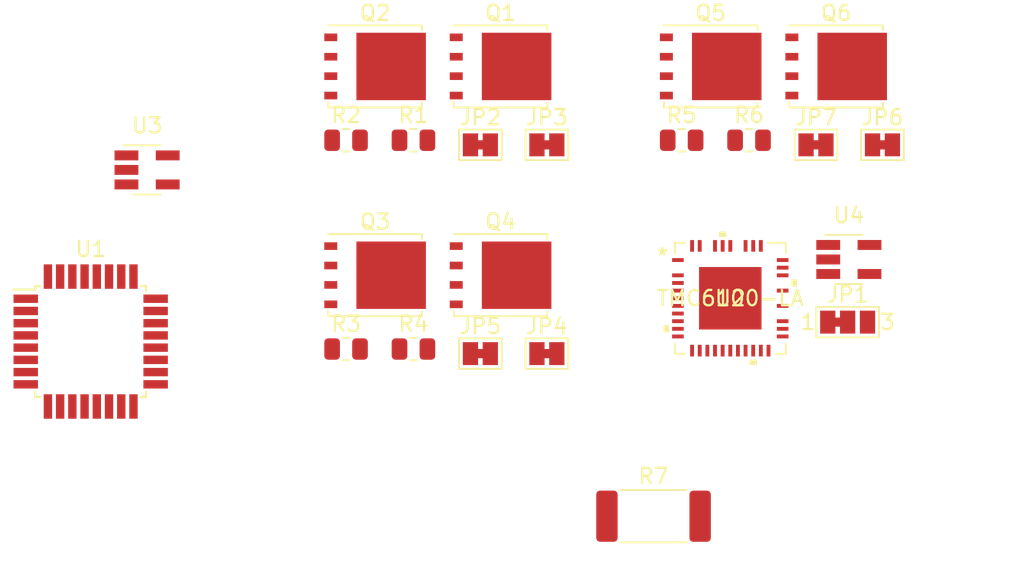
<source format=kicad_pcb>
(kicad_pcb (version 20171130) (host pcbnew "(5.1.10)-1")

  (general
    (thickness 1.6)
    (drawings 0)
    (tracks 0)
    (zones 0)
    (modules 24)
    (nets 22)
  )

  (page A4)
  (layers
    (0 F.Cu signal)
    (31 B.Cu signal)
    (32 B.Adhes user)
    (33 F.Adhes user)
    (34 B.Paste user)
    (35 F.Paste user)
    (36 B.SilkS user)
    (37 F.SilkS user)
    (38 B.Mask user)
    (39 F.Mask user)
    (40 Dwgs.User user)
    (41 Cmts.User user)
    (42 Eco1.User user)
    (43 Eco2.User user)
    (44 Edge.Cuts user)
    (45 Margin user)
    (46 B.CrtYd user)
    (47 F.CrtYd user)
    (48 B.Fab user)
    (49 F.Fab user)
  )

  (setup
    (last_trace_width 0.25)
    (trace_clearance 0.2)
    (zone_clearance 0.508)
    (zone_45_only no)
    (trace_min 0.2)
    (via_size 0.8)
    (via_drill 0.4)
    (via_min_size 0.4)
    (via_min_drill 0.3)
    (uvia_size 0.3)
    (uvia_drill 0.1)
    (uvias_allowed no)
    (uvia_min_size 0.2)
    (uvia_min_drill 0.1)
    (edge_width 0.05)
    (segment_width 0.2)
    (pcb_text_width 0.3)
    (pcb_text_size 1.5 1.5)
    (mod_edge_width 0.12)
    (mod_text_size 1 1)
    (mod_text_width 0.15)
    (pad_size 1.524 1.524)
    (pad_drill 0.762)
    (pad_to_mask_clearance 0)
    (aux_axis_origin 0 0)
    (visible_elements FFFFFF7F)
    (pcbplotparams
      (layerselection 0x010fc_ffffffff)
      (usegerberextensions false)
      (usegerberattributes true)
      (usegerberadvancedattributes true)
      (creategerberjobfile true)
      (excludeedgelayer true)
      (linewidth 0.100000)
      (plotframeref false)
      (viasonmask false)
      (mode 1)
      (useauxorigin false)
      (hpglpennumber 1)
      (hpglpenspeed 20)
      (hpglpendiameter 15.000000)
      (psnegative false)
      (psa4output false)
      (plotreference true)
      (plotvalue true)
      (plotinvisibletext false)
      (padsonsilk false)
      (subtractmaskfromsilk false)
      (outputformat 1)
      (mirror false)
      (drillshape 1)
      (scaleselection 1)
      (outputdirectory ""))
  )

  (net 0 "")
  (net 1 GND)
  (net 2 VCC)
  (net 3 /Power/VCC_IO)
  (net 4 /Power/3V3)
  (net 5 /Power/5V)
  (net 6 "Net-(JP2-Pad2)")
  (net 7 /Power/HS_U)
  (net 8 "Net-(JP3-Pad2)")
  (net 9 /Power/LS_U)
  (net 10 "Net-(JP4-Pad2)")
  (net 11 /Power/HS_V)
  (net 12 "Net-(JP5-Pad2)")
  (net 13 /Power/LS_V)
  (net 14 "Net-(JP6-Pad2)")
  (net 15 /Power/HS_W)
  (net 16 "Net-(JP7-Pad2)")
  (net 17 /Power/LS_W)
  (net 18 /Power/V_M)
  (net 19 /Power/BridgeMosfets/GND)
  (net 20 /Power/V)
  (net 21 /Power/W)

  (net_class Default "This is the default net class."
    (clearance 0.2)
    (trace_width 0.25)
    (via_dia 0.8)
    (via_drill 0.4)
    (uvia_dia 0.3)
    (uvia_drill 0.1)
    (add_net /Power/3V3)
    (add_net /Power/5V)
    (add_net /Power/BridgeMosfets/GND)
    (add_net /Power/HS_U)
    (add_net /Power/HS_V)
    (add_net /Power/HS_W)
    (add_net /Power/LS_U)
    (add_net /Power/LS_V)
    (add_net /Power/LS_W)
    (add_net /Power/V)
    (add_net /Power/VCC_IO)
    (add_net /Power/V_M)
    (add_net /Power/W)
    (add_net GND)
    (add_net "Net-(C12-Pad1)")
    (add_net "Net-(C2-Pad1)")
    (add_net "Net-(C2-Pad2)")
    (add_net "Net-(C3-Pad1)")
    (add_net "Net-(C3-Pad2)")
    (add_net "Net-(C5-Pad1)")
    (add_net "Net-(C5-Pad2)")
    (add_net "Net-(C6-Pad1)")
    (add_net "Net-(C9-Pad1)")
    (add_net "Net-(C9-Pad2)")
    (add_net "Net-(JP2-Pad2)")
    (add_net "Net-(JP3-Pad2)")
    (add_net "Net-(JP4-Pad2)")
    (add_net "Net-(JP5-Pad2)")
    (add_net "Net-(JP6-Pad2)")
    (add_net "Net-(JP7-Pad2)")
    (add_net "Net-(U1-Pad1)")
    (add_net "Net-(U1-Pad10)")
    (add_net "Net-(U1-Pad11)")
    (add_net "Net-(U1-Pad12)")
    (add_net "Net-(U1-Pad13)")
    (add_net "Net-(U1-Pad14)")
    (add_net "Net-(U1-Pad15)")
    (add_net "Net-(U1-Pad16)")
    (add_net "Net-(U1-Pad17)")
    (add_net "Net-(U1-Pad19)")
    (add_net "Net-(U1-Pad2)")
    (add_net "Net-(U1-Pad20)")
    (add_net "Net-(U1-Pad22)")
    (add_net "Net-(U1-Pad23)")
    (add_net "Net-(U1-Pad24)")
    (add_net "Net-(U1-Pad25)")
    (add_net "Net-(U1-Pad26)")
    (add_net "Net-(U1-Pad27)")
    (add_net "Net-(U1-Pad28)")
    (add_net "Net-(U1-Pad29)")
    (add_net "Net-(U1-Pad30)")
    (add_net "Net-(U1-Pad31)")
    (add_net "Net-(U1-Pad32)")
    (add_net "Net-(U1-Pad7)")
    (add_net "Net-(U1-Pad8)")
    (add_net "Net-(U1-Pad9)")
    (add_net "Net-(U2-Pad10)")
    (add_net "Net-(U2-Pad11)")
    (add_net "Net-(U2-Pad12)")
    (add_net "Net-(U2-Pad13)")
    (add_net "Net-(U2-Pad14)")
    (add_net "Net-(U2-Pad15)")
    (add_net "Net-(U2-Pad17)")
    (add_net "Net-(U2-Pad18)")
    (add_net "Net-(U2-Pad19)")
    (add_net "Net-(U2-Pad2)")
    (add_net "Net-(U2-Pad20)")
    (add_net "Net-(U2-Pad22)")
    (add_net "Net-(U2-Pad23)")
    (add_net "Net-(U2-Pad24)")
    (add_net "Net-(U2-Pad3)")
    (add_net "Net-(U2-Pad31)")
    (add_net "Net-(U2-Pad34)")
    (add_net "Net-(U2-Pad37)")
    (add_net "Net-(U2-Pad4)")
    (add_net "Net-(U2-Pad5)")
    (add_net "Net-(U2-Pad9)")
    (add_net "Net-(U3-Pad1)")
    (add_net "Net-(U3-Pad2)")
    (add_net "Net-(U3-Pad3)")
    (add_net "Net-(U3-Pad4)")
    (add_net "Net-(U3-Pad5)")
    (add_net "Net-(U4-Pad4)")
    (add_net VCC)
  )

  (module Resistor_SMD:R_2512_6332Metric_Pad1.40x3.35mm_HandSolder (layer F.Cu) (tedit 5F68FEEE) (tstamp 6181A846)
    (at 241.3 144.78)
    (descr "Resistor SMD 2512 (6332 Metric), square (rectangular) end terminal, IPC_7351 nominal with elongated pad for handsoldering. (Body size source: IPC-SM-782 page 72, https://www.pcb-3d.com/wordpress/wp-content/uploads/ipc-sm-782a_amendment_1_and_2.pdf), generated with kicad-footprint-generator")
    (tags "resistor handsolder")
    (path /6183112C/6193F98F)
    (attr smd)
    (fp_text reference R7 (at 0 -2.62) (layer F.SilkS)
      (effects (font (size 1 1) (thickness 0.15)))
    )
    (fp_text value "30mR - 1W" (at 0 2.62) (layer F.Fab)
      (effects (font (size 1 1) (thickness 0.15)))
    )
    (fp_text user %R (at 0 0) (layer F.Fab)
      (effects (font (size 1 1) (thickness 0.15)))
    )
    (fp_line (start -3.15 1.6) (end -3.15 -1.6) (layer F.Fab) (width 0.1))
    (fp_line (start -3.15 -1.6) (end 3.15 -1.6) (layer F.Fab) (width 0.1))
    (fp_line (start 3.15 -1.6) (end 3.15 1.6) (layer F.Fab) (width 0.1))
    (fp_line (start 3.15 1.6) (end -3.15 1.6) (layer F.Fab) (width 0.1))
    (fp_line (start -2.177064 -1.71) (end 2.177064 -1.71) (layer F.SilkS) (width 0.12))
    (fp_line (start -2.177064 1.71) (end 2.177064 1.71) (layer F.SilkS) (width 0.12))
    (fp_line (start -4 1.92) (end -4 -1.92) (layer F.CrtYd) (width 0.05))
    (fp_line (start -4 -1.92) (end 4 -1.92) (layer F.CrtYd) (width 0.05))
    (fp_line (start 4 -1.92) (end 4 1.92) (layer F.CrtYd) (width 0.05))
    (fp_line (start 4 1.92) (end -4 1.92) (layer F.CrtYd) (width 0.05))
    (pad 2 smd roundrect (at 3.05 0) (size 1.4 3.35) (layers F.Cu F.Paste F.Mask) (roundrect_rratio 0.178571)
      (net 1 GND))
    (pad 1 smd roundrect (at -3.05 0) (size 1.4 3.35) (layers F.Cu F.Paste F.Mask) (roundrect_rratio 0.178571)
      (net 19 /Power/BridgeMosfets/GND))
    (model ${KISYS3DMOD}/Resistor_SMD.3dshapes/R_2512_6332Metric.wrl
      (at (xyz 0 0 0))
      (scale (xyz 1 1 1))
      (rotate (xyz 0 0 0))
    )
  )

  (module Package_TO_SOT_SMD:SOT-23-5_HandSoldering (layer F.Cu) (tedit 5A0AB76C) (tstamp 618199B2)
    (at 254.08 127.98)
    (descr "5-pin SOT23 package")
    (tags "SOT-23-5 hand-soldering")
    (path /6183112C/6187C01A)
    (attr smd)
    (fp_text reference U4 (at 0 -2.9) (layer F.SilkS)
      (effects (font (size 1 1) (thickness 0.15)))
    )
    (fp_text value MIC5504-1.8YM5 (at 0 2.9) (layer F.Fab)
      (effects (font (size 1 1) (thickness 0.15)))
    )
    (fp_text user %R (at 0 0 90) (layer F.Fab)
      (effects (font (size 0.5 0.5) (thickness 0.075)))
    )
    (fp_line (start -0.9 1.61) (end 0.9 1.61) (layer F.SilkS) (width 0.12))
    (fp_line (start 0.9 -1.61) (end -1.55 -1.61) (layer F.SilkS) (width 0.12))
    (fp_line (start -0.9 -0.9) (end -0.25 -1.55) (layer F.Fab) (width 0.1))
    (fp_line (start 0.9 -1.55) (end -0.25 -1.55) (layer F.Fab) (width 0.1))
    (fp_line (start -0.9 -0.9) (end -0.9 1.55) (layer F.Fab) (width 0.1))
    (fp_line (start 0.9 1.55) (end -0.9 1.55) (layer F.Fab) (width 0.1))
    (fp_line (start 0.9 -1.55) (end 0.9 1.55) (layer F.Fab) (width 0.1))
    (fp_line (start -2.38 -1.8) (end 2.38 -1.8) (layer F.CrtYd) (width 0.05))
    (fp_line (start -2.38 -1.8) (end -2.38 1.8) (layer F.CrtYd) (width 0.05))
    (fp_line (start 2.38 1.8) (end 2.38 -1.8) (layer F.CrtYd) (width 0.05))
    (fp_line (start 2.38 1.8) (end -2.38 1.8) (layer F.CrtYd) (width 0.05))
    (pad 5 smd rect (at 1.35 -0.95) (size 1.56 0.65) (layers F.Cu F.Paste F.Mask)
      (net 4 /Power/3V3))
    (pad 4 smd rect (at 1.35 0.95) (size 1.56 0.65) (layers F.Cu F.Paste F.Mask))
    (pad 3 smd rect (at -1.35 0.95) (size 1.56 0.65) (layers F.Cu F.Paste F.Mask)
      (net 5 /Power/5V))
    (pad 2 smd rect (at -1.35 0) (size 1.56 0.65) (layers F.Cu F.Paste F.Mask)
      (net 1 GND))
    (pad 1 smd rect (at -1.35 -0.95) (size 1.56 0.65) (layers F.Cu F.Paste F.Mask)
      (net 5 /Power/5V))
    (model ${KISYS3DMOD}/Package_TO_SOT_SMD.3dshapes/SOT-23-5.wrl
      (at (xyz 0 0 0))
      (scale (xyz 1 1 1))
      (rotate (xyz 0 0 0))
    )
  )

  (module footprints:TMC6100-LA (layer F.Cu) (tedit 0) (tstamp 61819975)
    (at 246.3217 130.518199)
    (path /6183112C/618330C0)
    (fp_text reference U2 (at 0 0) (layer F.SilkS)
      (effects (font (size 1 1) (thickness 0.15)))
    )
    (fp_text value TMC6100-LA (at 0 0) (layer F.SilkS)
      (effects (font (size 1 1) (thickness 0.15)))
    )
    (fp_text user * (at -3.048 -2.75) (layer F.Fab)
      (effects (font (size 1 1) (thickness 0.15)))
    )
    (fp_text user * (at -4.4402 -2.75) (layer F.SilkS)
      (effects (font (size 1 1) (thickness 0.15)))
    )
    (fp_text user 0.161in/4.089mm (at 5.0927 -0.635) (layer Dwgs.User)
      (effects (font (size 1 1) (thickness 0.15)))
    )
    (fp_text user 0.161in/4.089mm (at 0 5.0927) (layer Dwgs.User)
      (effects (font (size 1 1) (thickness 0.15)))
    )
    (fp_text user 0.27in/6.853mm (at 9.014599 0.635) (layer Dwgs.User)
      (effects (font (size 1 1) (thickness 0.15)))
    )
    (fp_text user 0.27in/6.853mm (at 0 9.014599) (layer Dwgs.User)
      (effects (font (size 1 1) (thickness 0.15)))
    )
    (fp_text user 0.008in/0.204mm (at -6.4746 3.4266) (layer Dwgs.User)
      (effects (font (size 1 1) (thickness 0.15)))
    )
    (fp_text user 0.03in/0.757mm (at -3.4266 -6.4746) (layer Dwgs.User)
      (effects (font (size 1 1) (thickness 0.15)))
    )
    (fp_text user 0.02in/0.5mm (at -5.4332 -2.25) (layer Dwgs.User)
      (effects (font (size 1 1) (thickness 0.15)))
    )
    (fp_text user * (at -3.048 -2.75) (layer F.Fab)
      (effects (font (size 1 1) (thickness 0.15)))
    )
    (fp_text user * (at -4.4402 -2.75) (layer F.SilkS)
      (effects (font (size 1 1) (thickness 0.15)))
    )
    (fp_text user "Copyright 2021 Accelerated Designs. All rights reserved." (at 0 0) (layer Cmts.User)
      (effects (font (size 0.127 0.127) (thickness 0.002)))
    )
    (fp_line (start -3.5052 -2.2352) (end -2.2352 -3.5052) (layer F.Fab) (width 0.1))
    (fp_line (start 2.373 -3.5052) (end 2.627 -3.5052) (layer F.Fab) (width 0.1))
    (fp_line (start 2.627 -3.5052) (end 2.627 -3.5052) (layer F.Fab) (width 0.1))
    (fp_line (start 2.627 -3.5052) (end 2.373 -3.5052) (layer F.Fab) (width 0.1))
    (fp_line (start 2.373 -3.5052) (end 2.373 -3.5052) (layer F.Fab) (width 0.1))
    (fp_line (start 1.873 -3.5052) (end 2.127 -3.5052) (layer F.Fab) (width 0.1))
    (fp_line (start 2.127 -3.5052) (end 2.127 -3.5052) (layer F.Fab) (width 0.1))
    (fp_line (start 2.127 -3.5052) (end 1.873 -3.5052) (layer F.Fab) (width 0.1))
    (fp_line (start 1.873 -3.5052) (end 1.873 -3.5052) (layer F.Fab) (width 0.1))
    (fp_line (start 1.373 -3.5052) (end 1.627 -3.5052) (layer F.Fab) (width 0.1))
    (fp_line (start 1.627 -3.5052) (end 1.627 -3.5052) (layer F.Fab) (width 0.1))
    (fp_line (start 1.627 -3.5052) (end 1.373 -3.5052) (layer F.Fab) (width 0.1))
    (fp_line (start 1.373 -3.5052) (end 1.373 -3.5052) (layer F.Fab) (width 0.1))
    (fp_line (start 0.873 -3.5052) (end 1.127 -3.5052) (layer F.Fab) (width 0.1))
    (fp_line (start 1.127 -3.5052) (end 1.127 -3.5052) (layer F.Fab) (width 0.1))
    (fp_line (start 1.127 -3.5052) (end 0.873 -3.5052) (layer F.Fab) (width 0.1))
    (fp_line (start 0.873 -3.5052) (end 0.873 -3.5052) (layer F.Fab) (width 0.1))
    (fp_line (start 0.373 -3.5052) (end 0.627 -3.5052) (layer F.Fab) (width 0.1))
    (fp_line (start 0.627 -3.5052) (end 0.627 -3.5052) (layer F.Fab) (width 0.1))
    (fp_line (start 0.627 -3.5052) (end 0.373 -3.5052) (layer F.Fab) (width 0.1))
    (fp_line (start 0.373 -3.5052) (end 0.373 -3.5052) (layer F.Fab) (width 0.1))
    (fp_line (start -0.127 -3.5052) (end 0.127 -3.5052) (layer F.Fab) (width 0.1))
    (fp_line (start 0.127 -3.5052) (end 0.127 -3.5052) (layer F.Fab) (width 0.1))
    (fp_line (start 0.127 -3.5052) (end -0.127 -3.5052) (layer F.Fab) (width 0.1))
    (fp_line (start -0.127 -3.5052) (end -0.127 -3.5052) (layer F.Fab) (width 0.1))
    (fp_line (start -0.627 -3.5052) (end -0.373 -3.5052) (layer F.Fab) (width 0.1))
    (fp_line (start -0.373 -3.5052) (end -0.373 -3.5052) (layer F.Fab) (width 0.1))
    (fp_line (start -0.373 -3.5052) (end -0.627 -3.5052) (layer F.Fab) (width 0.1))
    (fp_line (start -0.627 -3.5052) (end -0.627 -3.5052) (layer F.Fab) (width 0.1))
    (fp_line (start -1.127 -3.5052) (end -0.873 -3.5052) (layer F.Fab) (width 0.1))
    (fp_line (start -0.873 -3.5052) (end -0.873 -3.5052) (layer F.Fab) (width 0.1))
    (fp_line (start -0.873 -3.5052) (end -1.127 -3.5052) (layer F.Fab) (width 0.1))
    (fp_line (start -1.127 -3.5052) (end -1.127 -3.5052) (layer F.Fab) (width 0.1))
    (fp_line (start -1.627 -3.5052) (end -1.373 -3.5052) (layer F.Fab) (width 0.1))
    (fp_line (start -1.373 -3.5052) (end -1.373 -3.5052) (layer F.Fab) (width 0.1))
    (fp_line (start -1.373 -3.5052) (end -1.627 -3.5052) (layer F.Fab) (width 0.1))
    (fp_line (start -1.627 -3.5052) (end -1.627 -3.5052) (layer F.Fab) (width 0.1))
    (fp_line (start -2.127 -3.5052) (end -1.873 -3.5052) (layer F.Fab) (width 0.1))
    (fp_line (start -1.873 -3.5052) (end -1.873 -3.5052) (layer F.Fab) (width 0.1))
    (fp_line (start -1.873 -3.5052) (end -2.127 -3.5052) (layer F.Fab) (width 0.1))
    (fp_line (start -2.127 -3.5052) (end -2.127 -3.5052) (layer F.Fab) (width 0.1))
    (fp_line (start -2.627 -3.5052) (end -2.373 -3.5052) (layer F.Fab) (width 0.1))
    (fp_line (start -2.373 -3.5052) (end -2.373 -3.5052) (layer F.Fab) (width 0.1))
    (fp_line (start -2.373 -3.5052) (end -2.627 -3.5052) (layer F.Fab) (width 0.1))
    (fp_line (start -2.627 -3.5052) (end -2.627 -3.5052) (layer F.Fab) (width 0.1))
    (fp_line (start -3.5052 -2.373) (end -3.5052 -2.627) (layer F.Fab) (width 0.1))
    (fp_line (start -3.5052 -2.627) (end -3.5052 -2.627) (layer F.Fab) (width 0.1))
    (fp_line (start -3.5052 -2.627) (end -3.5052 -2.373) (layer F.Fab) (width 0.1))
    (fp_line (start -3.5052 -2.373) (end -3.5052 -2.373) (layer F.Fab) (width 0.1))
    (fp_line (start -3.5052 -1.873) (end -3.5052 -2.127) (layer F.Fab) (width 0.1))
    (fp_line (start -3.5052 -2.127) (end -3.5052 -2.127) (layer F.Fab) (width 0.1))
    (fp_line (start -3.5052 -2.127) (end -3.5052 -1.873) (layer F.Fab) (width 0.1))
    (fp_line (start -3.5052 -1.873) (end -3.5052 -1.873) (layer F.Fab) (width 0.1))
    (fp_line (start -3.5052 -1.373) (end -3.5052 -1.627) (layer F.Fab) (width 0.1))
    (fp_line (start -3.5052 -1.627) (end -3.5052 -1.627) (layer F.Fab) (width 0.1))
    (fp_line (start -3.5052 -1.627) (end -3.5052 -1.373) (layer F.Fab) (width 0.1))
    (fp_line (start -3.5052 -1.373) (end -3.5052 -1.373) (layer F.Fab) (width 0.1))
    (fp_line (start -3.5052 -0.873) (end -3.5052 -1.127) (layer F.Fab) (width 0.1))
    (fp_line (start -3.5052 -1.127) (end -3.5052 -1.127) (layer F.Fab) (width 0.1))
    (fp_line (start -3.5052 -1.127) (end -3.5052 -0.873) (layer F.Fab) (width 0.1))
    (fp_line (start -3.5052 -0.873) (end -3.5052 -0.873) (layer F.Fab) (width 0.1))
    (fp_line (start -3.5052 -0.373) (end -3.5052 -0.627) (layer F.Fab) (width 0.1))
    (fp_line (start -3.5052 -0.627) (end -3.5052 -0.627) (layer F.Fab) (width 0.1))
    (fp_line (start -3.5052 -0.627) (end -3.5052 -0.373) (layer F.Fab) (width 0.1))
    (fp_line (start -3.5052 -0.373) (end -3.5052 -0.373) (layer F.Fab) (width 0.1))
    (fp_line (start -3.5052 0.127) (end -3.5052 -0.127) (layer F.Fab) (width 0.1))
    (fp_line (start -3.5052 -0.127) (end -3.5052 -0.127) (layer F.Fab) (width 0.1))
    (fp_line (start -3.5052 -0.127) (end -3.5052 0.127) (layer F.Fab) (width 0.1))
    (fp_line (start -3.5052 0.127) (end -3.5052 0.127) (layer F.Fab) (width 0.1))
    (fp_line (start -3.5052 0.627) (end -3.5052 0.373) (layer F.Fab) (width 0.1))
    (fp_line (start -3.5052 0.373) (end -3.5052 0.373) (layer F.Fab) (width 0.1))
    (fp_line (start -3.5052 0.373) (end -3.5052 0.627) (layer F.Fab) (width 0.1))
    (fp_line (start -3.5052 0.627) (end -3.5052 0.627) (layer F.Fab) (width 0.1))
    (fp_line (start -3.5052 1.127) (end -3.5052 0.873) (layer F.Fab) (width 0.1))
    (fp_line (start -3.5052 0.873) (end -3.5052 0.873) (layer F.Fab) (width 0.1))
    (fp_line (start -3.5052 0.873) (end -3.5052 1.127) (layer F.Fab) (width 0.1))
    (fp_line (start -3.5052 1.127) (end -3.5052 1.127) (layer F.Fab) (width 0.1))
    (fp_line (start -3.5052 1.627) (end -3.5052 1.373) (layer F.Fab) (width 0.1))
    (fp_line (start -3.5052 1.373) (end -3.5052 1.373) (layer F.Fab) (width 0.1))
    (fp_line (start -3.5052 1.373) (end -3.5052 1.627) (layer F.Fab) (width 0.1))
    (fp_line (start -3.5052 1.627) (end -3.5052 1.627) (layer F.Fab) (width 0.1))
    (fp_line (start -3.5052 2.127) (end -3.5052 1.873) (layer F.Fab) (width 0.1))
    (fp_line (start -3.5052 1.873) (end -3.5052 1.873) (layer F.Fab) (width 0.1))
    (fp_line (start -3.5052 1.873) (end -3.5052 2.127) (layer F.Fab) (width 0.1))
    (fp_line (start -3.5052 2.127) (end -3.5052 2.127) (layer F.Fab) (width 0.1))
    (fp_line (start -3.5052 2.627) (end -3.5052 2.373) (layer F.Fab) (width 0.1))
    (fp_line (start -3.5052 2.373) (end -3.5052 2.373) (layer F.Fab) (width 0.1))
    (fp_line (start -3.5052 2.373) (end -3.5052 2.627) (layer F.Fab) (width 0.1))
    (fp_line (start -3.5052 2.627) (end -3.5052 2.627) (layer F.Fab) (width 0.1))
    (fp_line (start -2.373 3.5052) (end -2.627 3.5052) (layer F.Fab) (width 0.1))
    (fp_line (start -2.627 3.5052) (end -2.627 3.5052) (layer F.Fab) (width 0.1))
    (fp_line (start -2.627 3.5052) (end -2.373 3.5052) (layer F.Fab) (width 0.1))
    (fp_line (start -2.373 3.5052) (end -2.373 3.5052) (layer F.Fab) (width 0.1))
    (fp_line (start -1.873 3.5052) (end -2.127 3.5052) (layer F.Fab) (width 0.1))
    (fp_line (start -2.127 3.5052) (end -2.127 3.5052) (layer F.Fab) (width 0.1))
    (fp_line (start -2.127 3.5052) (end -1.873 3.5052) (layer F.Fab) (width 0.1))
    (fp_line (start -1.873 3.5052) (end -1.873 3.5052) (layer F.Fab) (width 0.1))
    (fp_line (start -1.373 3.5052) (end -1.627 3.5052) (layer F.Fab) (width 0.1))
    (fp_line (start -1.627 3.5052) (end -1.627 3.5052) (layer F.Fab) (width 0.1))
    (fp_line (start -1.627 3.5052) (end -1.373 3.5052) (layer F.Fab) (width 0.1))
    (fp_line (start -1.373 3.5052) (end -1.373 3.5052) (layer F.Fab) (width 0.1))
    (fp_line (start -0.873 3.5052) (end -1.127 3.5052) (layer F.Fab) (width 0.1))
    (fp_line (start -1.127 3.5052) (end -1.127 3.5052) (layer F.Fab) (width 0.1))
    (fp_line (start -1.127 3.5052) (end -0.873 3.5052) (layer F.Fab) (width 0.1))
    (fp_line (start -0.873 3.5052) (end -0.873 3.5052) (layer F.Fab) (width 0.1))
    (fp_line (start -0.373 3.5052) (end -0.627 3.5052) (layer F.Fab) (width 0.1))
    (fp_line (start -0.627 3.5052) (end -0.627 3.5052) (layer F.Fab) (width 0.1))
    (fp_line (start -0.627 3.5052) (end -0.373 3.5052) (layer F.Fab) (width 0.1))
    (fp_line (start -0.373 3.5052) (end -0.373 3.5052) (layer F.Fab) (width 0.1))
    (fp_line (start 0.127 3.5052) (end -0.127 3.5052) (layer F.Fab) (width 0.1))
    (fp_line (start -0.127 3.5052) (end -0.127 3.5052) (layer F.Fab) (width 0.1))
    (fp_line (start -0.127 3.5052) (end 0.127 3.5052) (layer F.Fab) (width 0.1))
    (fp_line (start 0.127 3.5052) (end 0.127 3.5052) (layer F.Fab) (width 0.1))
    (fp_line (start 0.627 3.5052) (end 0.373 3.5052) (layer F.Fab) (width 0.1))
    (fp_line (start 0.373 3.5052) (end 0.373 3.5052) (layer F.Fab) (width 0.1))
    (fp_line (start 0.373 3.5052) (end 0.627 3.5052) (layer F.Fab) (width 0.1))
    (fp_line (start 0.627 3.5052) (end 0.627 3.5052) (layer F.Fab) (width 0.1))
    (fp_line (start 1.127 3.5052) (end 0.873 3.5052) (layer F.Fab) (width 0.1))
    (fp_line (start 0.873 3.5052) (end 0.873 3.5052) (layer F.Fab) (width 0.1))
    (fp_line (start 0.873 3.5052) (end 1.127 3.5052) (layer F.Fab) (width 0.1))
    (fp_line (start 1.127 3.5052) (end 1.127 3.5052) (layer F.Fab) (width 0.1))
    (fp_line (start 1.627 3.5052) (end 1.373 3.5052) (layer F.Fab) (width 0.1))
    (fp_line (start 1.373 3.5052) (end 1.373 3.5052) (layer F.Fab) (width 0.1))
    (fp_line (start 1.373 3.5052) (end 1.627 3.5052) (layer F.Fab) (width 0.1))
    (fp_line (start 1.627 3.5052) (end 1.627 3.5052) (layer F.Fab) (width 0.1))
    (fp_line (start 2.127 3.5052) (end 1.873 3.5052) (layer F.Fab) (width 0.1))
    (fp_line (start 1.873 3.5052) (end 1.873 3.5052) (layer F.Fab) (width 0.1))
    (fp_line (start 1.873 3.5052) (end 2.127 3.5052) (layer F.Fab) (width 0.1))
    (fp_line (start 2.127 3.5052) (end 2.127 3.5052) (layer F.Fab) (width 0.1))
    (fp_line (start 2.627 3.5052) (end 2.373 3.5052) (layer F.Fab) (width 0.1))
    (fp_line (start 2.373 3.5052) (end 2.373 3.5052) (layer F.Fab) (width 0.1))
    (fp_line (start 2.373 3.5052) (end 2.627 3.5052) (layer F.Fab) (width 0.1))
    (fp_line (start 2.627 3.5052) (end 2.627 3.5052) (layer F.Fab) (width 0.1))
    (fp_line (start 3.5052 2.373) (end 3.5052 2.627) (layer F.Fab) (width 0.1))
    (fp_line (start 3.5052 2.627) (end 3.5052 2.627) (layer F.Fab) (width 0.1))
    (fp_line (start 3.5052 2.627) (end 3.5052 2.373) (layer F.Fab) (width 0.1))
    (fp_line (start 3.5052 2.373) (end 3.5052 2.373) (layer F.Fab) (width 0.1))
    (fp_line (start 3.5052 1.873) (end 3.5052 2.127) (layer F.Fab) (width 0.1))
    (fp_line (start 3.5052 2.127) (end 3.5052 2.127) (layer F.Fab) (width 0.1))
    (fp_line (start 3.5052 2.127) (end 3.5052 1.873) (layer F.Fab) (width 0.1))
    (fp_line (start 3.5052 1.873) (end 3.5052 1.873) (layer F.Fab) (width 0.1))
    (fp_line (start 3.5052 1.373) (end 3.5052 1.627) (layer F.Fab) (width 0.1))
    (fp_line (start 3.5052 1.627) (end 3.5052 1.627) (layer F.Fab) (width 0.1))
    (fp_line (start 3.5052 1.627) (end 3.5052 1.373) (layer F.Fab) (width 0.1))
    (fp_line (start 3.5052 1.373) (end 3.5052 1.373) (layer F.Fab) (width 0.1))
    (fp_line (start 3.5052 0.873) (end 3.5052 1.127) (layer F.Fab) (width 0.1))
    (fp_line (start 3.5052 1.127) (end 3.5052 1.127) (layer F.Fab) (width 0.1))
    (fp_line (start 3.5052 1.127) (end 3.5052 0.873) (layer F.Fab) (width 0.1))
    (fp_line (start 3.5052 0.873) (end 3.5052 0.873) (layer F.Fab) (width 0.1))
    (fp_line (start 3.5052 0.373) (end 3.5052 0.627) (layer F.Fab) (width 0.1))
    (fp_line (start 3.5052 0.627) (end 3.5052 0.627) (layer F.Fab) (width 0.1))
    (fp_line (start 3.5052 0.627) (end 3.5052 0.373) (layer F.Fab) (width 0.1))
    (fp_line (start 3.5052 0.373) (end 3.5052 0.373) (layer F.Fab) (width 0.1))
    (fp_line (start 3.5052 -0.127) (end 3.5052 0.127) (layer F.Fab) (width 0.1))
    (fp_line (start 3.5052 0.127) (end 3.5052 0.127) (layer F.Fab) (width 0.1))
    (fp_line (start 3.5052 0.127) (end 3.5052 -0.127) (layer F.Fab) (width 0.1))
    (fp_line (start 3.5052 -0.127) (end 3.5052 -0.127) (layer F.Fab) (width 0.1))
    (fp_line (start 3.5052 -0.627) (end 3.5052 -0.373) (layer F.Fab) (width 0.1))
    (fp_line (start 3.5052 -0.373) (end 3.5052 -0.373) (layer F.Fab) (width 0.1))
    (fp_line (start 3.5052 -0.373) (end 3.5052 -0.627) (layer F.Fab) (width 0.1))
    (fp_line (start 3.5052 -0.627) (end 3.5052 -0.627) (layer F.Fab) (width 0.1))
    (fp_line (start 3.5052 -1.127) (end 3.5052 -0.873) (layer F.Fab) (width 0.1))
    (fp_line (start 3.5052 -0.873) (end 3.5052 -0.873) (layer F.Fab) (width 0.1))
    (fp_line (start 3.5052 -0.873) (end 3.5052 -1.127) (layer F.Fab) (width 0.1))
    (fp_line (start 3.5052 -1.127) (end 3.5052 -1.127) (layer F.Fab) (width 0.1))
    (fp_line (start 3.5052 -1.627) (end 3.5052 -1.373) (layer F.Fab) (width 0.1))
    (fp_line (start 3.5052 -1.373) (end 3.5052 -1.373) (layer F.Fab) (width 0.1))
    (fp_line (start 3.5052 -1.373) (end 3.5052 -1.627) (layer F.Fab) (width 0.1))
    (fp_line (start 3.5052 -1.627) (end 3.5052 -1.627) (layer F.Fab) (width 0.1))
    (fp_line (start 3.5052 -2.127) (end 3.5052 -1.873) (layer F.Fab) (width 0.1))
    (fp_line (start 3.5052 -1.873) (end 3.5052 -1.873) (layer F.Fab) (width 0.1))
    (fp_line (start 3.5052 -1.873) (end 3.5052 -2.127) (layer F.Fab) (width 0.1))
    (fp_line (start 3.5052 -2.127) (end 3.5052 -2.127) (layer F.Fab) (width 0.1))
    (fp_line (start 3.5052 -2.627) (end 3.5052 -2.373) (layer F.Fab) (width 0.1))
    (fp_line (start 3.5052 -2.373) (end 3.5052 -2.373) (layer F.Fab) (width 0.1))
    (fp_line (start 3.5052 -2.373) (end 3.5052 -2.627) (layer F.Fab) (width 0.1))
    (fp_line (start 3.5052 -2.627) (end 3.5052 -2.627) (layer F.Fab) (width 0.1))
    (fp_line (start -3.6322 3.6322) (end -2.95974 3.6322) (layer F.SilkS) (width 0.12))
    (fp_line (start 3.6322 3.6322) (end 3.6322 2.95974) (layer F.SilkS) (width 0.12))
    (fp_line (start 3.6322 -3.6322) (end 2.459741 -3.6322) (layer F.SilkS) (width 0.12))
    (fp_line (start -3.6322 -3.6322) (end -3.6322 -2.95974) (layer F.SilkS) (width 0.12))
    (fp_line (start -3.6322 2.95974) (end -3.6322 3.6322) (layer F.SilkS) (width 0.12))
    (fp_line (start -3.5052 3.5052) (end 3.5052 3.5052) (layer F.Fab) (width 0.1))
    (fp_line (start 3.5052 3.5052) (end 3.5052 3.5052) (layer F.Fab) (width 0.1))
    (fp_line (start 3.5052 3.5052) (end 3.5052 -3.5052) (layer F.Fab) (width 0.1))
    (fp_line (start 3.5052 -3.5052) (end 3.5052 -3.5052) (layer F.Fab) (width 0.1))
    (fp_line (start 3.5052 -3.5052) (end -3.5052 -3.5052) (layer F.Fab) (width 0.1))
    (fp_line (start -3.5052 -3.5052) (end -3.5052 -3.5052) (layer F.Fab) (width 0.1))
    (fp_line (start -3.5052 -3.5052) (end -3.5052 3.5052) (layer F.Fab) (width 0.1))
    (fp_line (start -3.5052 3.5052) (end -3.5052 3.5052) (layer F.Fab) (width 0.1))
    (fp_line (start 2.95974 3.6322) (end 3.6322 3.6322) (layer F.SilkS) (width 0.12))
    (fp_line (start 3.6322 -2.95974) (end 3.6322 -3.6322) (layer F.SilkS) (width 0.12))
    (fp_line (start -2.95974 -3.6322) (end -3.6322 -3.6322) (layer F.SilkS) (width 0.12))
    (fp_poly (pts (xy -4.313199 1.809501) (xy -4.313199 2.190501) (xy -4.059199 2.190501) (xy -4.059199 1.809501)) (layer F.SilkS) (width 0.1))
    (fp_poly (pts (xy 1.3095 4.059199) (xy 1.3095 4.313199) (xy 1.6905 4.313199) (xy 1.6905 4.059199)) (layer F.SilkS) (width 0.1))
    (fp_poly (pts (xy 4.313199 -1.190501) (xy 4.313199 -0.809501) (xy 4.059199 -0.809501) (xy 4.059199 -1.190501)) (layer F.SilkS) (width 0.1))
    (fp_poly (pts (xy -0.690499 -4.059199) (xy -0.690499 -4.313199) (xy -0.309499 -4.313199) (xy -0.309499 -4.059199)) (layer F.SilkS) (width 0.1))
    (fp_poly (pts (xy -1.9447 -1.9447) (xy -1.9447 -0.781566) (xy -0.781566 -0.781566) (xy -0.781566 -1.9447)) (layer F.Paste) (width 0.1))
    (fp_poly (pts (xy -1.9447 -0.581567) (xy -1.9447 0.581567) (xy -0.781566 0.581567) (xy -0.781566 -0.581567)) (layer F.Paste) (width 0.1))
    (fp_poly (pts (xy -1.9447 0.781566) (xy -1.9447 1.9447) (xy -0.781566 1.9447) (xy -0.781566 0.781566)) (layer F.Paste) (width 0.1))
    (fp_poly (pts (xy -0.581567 -1.9447) (xy -0.581567 -0.781566) (xy 0.581567 -0.781566) (xy 0.581567 -1.9447)) (layer F.Paste) (width 0.1))
    (fp_poly (pts (xy -0.581567 -0.581567) (xy -0.581567 0.581567) (xy 0.581567 0.581567) (xy 0.581567 -0.581567)) (layer F.Paste) (width 0.1))
    (fp_poly (pts (xy -0.581567 0.781566) (xy -0.581567 1.9447) (xy 0.581567 1.9447) (xy 0.581567 0.781566)) (layer F.Paste) (width 0.1))
    (fp_poly (pts (xy 0.781566 -1.9447) (xy 0.781566 -0.781566) (xy 1.9447 -0.781566) (xy 1.9447 -1.9447)) (layer F.Paste) (width 0.1))
    (fp_poly (pts (xy 0.781566 -0.581567) (xy 0.781566 0.581567) (xy 1.9447 0.581567) (xy 1.9447 -0.581567)) (layer F.Paste) (width 0.1))
    (fp_poly (pts (xy 0.781566 0.781566) (xy 0.781566 1.9447) (xy 1.9447 1.9447) (xy 1.9447 0.781566)) (layer F.Paste) (width 0.1))
    (fp_line (start -3.7592 3.7592) (end -3.7592 2.856) (layer F.CrtYd) (width 0.05))
    (fp_line (start -3.7592 2.856) (end -4.0592 2.856) (layer F.CrtYd) (width 0.05))
    (fp_line (start -4.0592 2.856) (end -4.0592 -2.856) (layer F.CrtYd) (width 0.05))
    (fp_line (start -4.0592 -2.856) (end -3.7592 -2.856) (layer F.CrtYd) (width 0.05))
    (fp_line (start -3.7592 -2.856) (end -3.7592 -3.7592) (layer F.CrtYd) (width 0.05))
    (fp_line (start -3.7592 -3.7592) (end -2.856 -3.7592) (layer F.CrtYd) (width 0.05))
    (fp_line (start -2.856 -3.7592) (end -2.856 -4.0592) (layer F.CrtYd) (width 0.05))
    (fp_line (start -2.856 -4.0592) (end 2.856 -4.0592) (layer F.CrtYd) (width 0.05))
    (fp_line (start 2.856 -4.0592) (end 2.856 -3.7592) (layer F.CrtYd) (width 0.05))
    (fp_line (start 2.856 -3.7592) (end 3.7592 -3.7592) (layer F.CrtYd) (width 0.05))
    (fp_line (start 3.7592 -3.7592) (end 3.7592 -2.856) (layer F.CrtYd) (width 0.05))
    (fp_line (start 3.7592 -2.856) (end 4.0592 -2.856) (layer F.CrtYd) (width 0.05))
    (fp_line (start 4.0592 -2.856) (end 4.0592 2.856) (layer F.CrtYd) (width 0.05))
    (fp_line (start 4.0592 2.856) (end 3.7592 2.856) (layer F.CrtYd) (width 0.05))
    (fp_line (start 3.7592 2.856) (end 3.7592 3.7592) (layer F.CrtYd) (width 0.05))
    (fp_line (start 3.7592 3.7592) (end 2.856 3.7592) (layer F.CrtYd) (width 0.05))
    (fp_line (start 2.856 3.7592) (end 2.856 4.0592) (layer F.CrtYd) (width 0.05))
    (fp_line (start 2.856 4.0592) (end -2.856 4.0592) (layer F.CrtYd) (width 0.05))
    (fp_line (start -2.856 4.0592) (end -2.856 3.7592) (layer F.CrtYd) (width 0.05))
    (fp_line (start -2.856 3.7592) (end -3.7592 3.7592) (layer F.CrtYd) (width 0.05))
    (fp_circle (center -4.7855 -2.5) (end -4.7093 -2.5) (layer F.CrtYd) (width 0.05))
    (pad 38 smd rect (at 0 0) (size 4.0894 4.0894) (layers F.Cu F.Mask)
      (net 1 GND))
    (pad 37 smd rect (at -2.5 -3.4266) (size 0.254 0.762) (layers F.Cu F.Paste F.Mask))
    (pad 36 smd rect (at -2.000001 -3.4266) (size 0.254 0.762) (layers F.Cu F.Paste F.Mask))
    (pad 35 smd rect (at -1.000001 -3.4266) (size 0.254 0.762) (layers F.Cu F.Paste F.Mask))
    (pad 34 smd rect (at -0.499999 -3.4266) (size 0.254 0.762) (layers F.Cu F.Paste F.Mask))
    (pad 33 smd rect (at 0 -3.4266) (size 0.254 0.762) (layers F.Cu F.Paste F.Mask))
    (pad 32 smd rect (at 1.000001 -3.4266) (size 0.254 0.762) (layers F.Cu F.Paste F.Mask))
    (pad 31 smd rect (at 1.5 -3.4266) (size 0.254 0.762) (layers F.Cu F.Paste F.Mask))
    (pad 30 smd rect (at 2.000001 -3.4266) (size 0.254 0.762) (layers F.Cu F.Paste F.Mask))
    (pad 29 smd rect (at 3.4266 -2.5 90) (size 0.254 0.762) (layers F.Cu F.Paste F.Mask))
    (pad 28 smd rect (at 3.4266 -2.000001 90) (size 0.254 0.762) (layers F.Cu F.Paste F.Mask)
      (net 18 /Power/V_M))
    (pad 27 smd rect (at 3.4266 -1.5 90) (size 0.254 0.762) (layers F.Cu F.Paste F.Mask))
    (pad 26 smd rect (at 3.4266 -0.499999 90) (size 0.254 0.762) (layers F.Cu F.Paste F.Mask))
    (pad 25 smd rect (at 3.4266 0.499999 90) (size 0.254 0.762) (layers F.Cu F.Paste F.Mask)
      (net 18 /Power/V_M))
    (pad 24 smd rect (at 3.4266 1.5 90) (size 0.254 0.762) (layers F.Cu F.Paste F.Mask))
    (pad 23 smd rect (at 3.4266 2.000001 90) (size 0.254 0.762) (layers F.Cu F.Paste F.Mask))
    (pad 22 smd rect (at 3.4266 2.5 90) (size 0.254 0.762) (layers F.Cu F.Paste F.Mask))
    (pad 21 smd rect (at 2.5 3.4266) (size 0.254 0.762) (layers F.Cu F.Paste F.Mask)
      (net 1 GND))
    (pad 20 smd rect (at 2.000001 3.4266) (size 0.254 0.762) (layers F.Cu F.Paste F.Mask))
    (pad 19 smd rect (at 1.5 3.4266) (size 0.254 0.762) (layers F.Cu F.Paste F.Mask))
    (pad 18 smd rect (at 1.000001 3.4266) (size 0.254 0.762) (layers F.Cu F.Paste F.Mask))
    (pad 17 smd rect (at 0.499999 3.4266) (size 0.254 0.762) (layers F.Cu F.Paste F.Mask))
    (pad 16 smd rect (at 0 3.4266) (size 0.254 0.762) (layers F.Cu F.Paste F.Mask)
      (net 3 /Power/VCC_IO))
    (pad 15 smd rect (at -0.499999 3.4266) (size 0.254 0.762) (layers F.Cu F.Paste F.Mask))
    (pad 14 smd rect (at -1.000001 3.4266) (size 0.254 0.762) (layers F.Cu F.Paste F.Mask))
    (pad 13 smd rect (at -1.5 3.4266) (size 0.254 0.762) (layers F.Cu F.Paste F.Mask))
    (pad 12 smd rect (at -2.000001 3.4266) (size 0.254 0.762) (layers F.Cu F.Paste F.Mask))
    (pad 11 smd rect (at -2.5 3.4266) (size 0.254 0.762) (layers F.Cu F.Paste F.Mask))
    (pad 10 smd rect (at -3.4266 2.5 90) (size 0.254 0.762) (layers F.Cu F.Paste F.Mask))
    (pad 9 smd rect (at -3.4266 2.000001 90) (size 0.254 0.762) (layers F.Cu F.Paste F.Mask))
    (pad 8 smd rect (at -3.4266 1.5 90) (size 0.254 0.762) (layers F.Cu F.Paste F.Mask)
      (net 1 GND))
    (pad 7 smd rect (at -3.4266 1.000001 90) (size 0.254 0.762) (layers F.Cu F.Paste F.Mask)
      (net 5 /Power/5V))
    (pad 6 smd rect (at -3.4266 0.499999 90) (size 0.254 0.762) (layers F.Cu F.Paste F.Mask))
    (pad 5 smd rect (at -3.4266 0 90) (size 0.254 0.762) (layers F.Cu F.Paste F.Mask))
    (pad 4 smd rect (at -3.4266 -0.499999 90) (size 0.254 0.762) (layers F.Cu F.Paste F.Mask))
    (pad 3 smd rect (at -3.4266 -1.000001 90) (size 0.254 0.762) (layers F.Cu F.Paste F.Mask))
    (pad 2 smd rect (at -3.4266 -1.5 90) (size 0.254 0.762) (layers F.Cu F.Paste F.Mask))
    (pad 1 smd rect (at -3.4266 -2.5 90) (size 0.254 0.762) (layers F.Cu F.Paste F.Mask))
  )

  (module Resistor_SMD:R_0805_2012Metric (layer F.Cu) (tedit 5F68FEEE) (tstamp 618197F0)
    (at 247.55 120.18)
    (descr "Resistor SMD 0805 (2012 Metric), square (rectangular) end terminal, IPC_7351 nominal, (Body size source: IPC-SM-782 page 72, https://www.pcb-3d.com/wordpress/wp-content/uploads/ipc-sm-782a_amendment_1_and_2.pdf), generated with kicad-footprint-generator")
    (tags resistor)
    (path /6183112C/618DC168/6193ABD6)
    (attr smd)
    (fp_text reference R6 (at 0 -1.65) (layer F.SilkS)
      (effects (font (size 1 1) (thickness 0.15)))
    )
    (fp_text value DNP (at 0 1.65) (layer F.Fab)
      (effects (font (size 1 1) (thickness 0.15)))
    )
    (fp_text user %R (at 0 0) (layer F.Fab)
      (effects (font (size 0.5 0.5) (thickness 0.08)))
    )
    (fp_line (start -1 0.625) (end -1 -0.625) (layer F.Fab) (width 0.1))
    (fp_line (start -1 -0.625) (end 1 -0.625) (layer F.Fab) (width 0.1))
    (fp_line (start 1 -0.625) (end 1 0.625) (layer F.Fab) (width 0.1))
    (fp_line (start 1 0.625) (end -1 0.625) (layer F.Fab) (width 0.1))
    (fp_line (start -0.227064 -0.735) (end 0.227064 -0.735) (layer F.SilkS) (width 0.12))
    (fp_line (start -0.227064 0.735) (end 0.227064 0.735) (layer F.SilkS) (width 0.12))
    (fp_line (start -1.68 0.95) (end -1.68 -0.95) (layer F.CrtYd) (width 0.05))
    (fp_line (start -1.68 -0.95) (end 1.68 -0.95) (layer F.CrtYd) (width 0.05))
    (fp_line (start 1.68 -0.95) (end 1.68 0.95) (layer F.CrtYd) (width 0.05))
    (fp_line (start 1.68 0.95) (end -1.68 0.95) (layer F.CrtYd) (width 0.05))
    (pad 2 smd roundrect (at 0.9125 0) (size 1.025 1.4) (layers F.Cu F.Paste F.Mask) (roundrect_rratio 0.243902)
      (net 17 /Power/LS_W))
    (pad 1 smd roundrect (at -0.9125 0) (size 1.025 1.4) (layers F.Cu F.Paste F.Mask) (roundrect_rratio 0.243902)
      (net 16 "Net-(JP7-Pad2)"))
    (model ${KISYS3DMOD}/Resistor_SMD.3dshapes/R_0805_2012Metric.wrl
      (at (xyz 0 0 0))
      (scale (xyz 1 1 1))
      (rotate (xyz 0 0 0))
    )
  )

  (module Resistor_SMD:R_0805_2012Metric (layer F.Cu) (tedit 5F68FEEE) (tstamp 618197DF)
    (at 243.14 120.18)
    (descr "Resistor SMD 0805 (2012 Metric), square (rectangular) end terminal, IPC_7351 nominal, (Body size source: IPC-SM-782 page 72, https://www.pcb-3d.com/wordpress/wp-content/uploads/ipc-sm-782a_amendment_1_and_2.pdf), generated with kicad-footprint-generator")
    (tags resistor)
    (path /6183112C/618DC168/619384E2)
    (attr smd)
    (fp_text reference R5 (at 0 -1.65) (layer F.SilkS)
      (effects (font (size 1 1) (thickness 0.15)))
    )
    (fp_text value DNP (at 0 1.65) (layer F.Fab)
      (effects (font (size 1 1) (thickness 0.15)))
    )
    (fp_text user %R (at 0 0) (layer F.Fab)
      (effects (font (size 0.5 0.5) (thickness 0.08)))
    )
    (fp_line (start -1 0.625) (end -1 -0.625) (layer F.Fab) (width 0.1))
    (fp_line (start -1 -0.625) (end 1 -0.625) (layer F.Fab) (width 0.1))
    (fp_line (start 1 -0.625) (end 1 0.625) (layer F.Fab) (width 0.1))
    (fp_line (start 1 0.625) (end -1 0.625) (layer F.Fab) (width 0.1))
    (fp_line (start -0.227064 -0.735) (end 0.227064 -0.735) (layer F.SilkS) (width 0.12))
    (fp_line (start -0.227064 0.735) (end 0.227064 0.735) (layer F.SilkS) (width 0.12))
    (fp_line (start -1.68 0.95) (end -1.68 -0.95) (layer F.CrtYd) (width 0.05))
    (fp_line (start -1.68 -0.95) (end 1.68 -0.95) (layer F.CrtYd) (width 0.05))
    (fp_line (start 1.68 -0.95) (end 1.68 0.95) (layer F.CrtYd) (width 0.05))
    (fp_line (start 1.68 0.95) (end -1.68 0.95) (layer F.CrtYd) (width 0.05))
    (pad 2 smd roundrect (at 0.9125 0) (size 1.025 1.4) (layers F.Cu F.Paste F.Mask) (roundrect_rratio 0.243902)
      (net 15 /Power/HS_W))
    (pad 1 smd roundrect (at -0.9125 0) (size 1.025 1.4) (layers F.Cu F.Paste F.Mask) (roundrect_rratio 0.243902)
      (net 14 "Net-(JP6-Pad2)"))
    (model ${KISYS3DMOD}/Resistor_SMD.3dshapes/R_0805_2012Metric.wrl
      (at (xyz 0 0 0))
      (scale (xyz 1 1 1))
      (rotate (xyz 0 0 0))
    )
  )

  (module Resistor_SMD:R_0805_2012Metric (layer F.Cu) (tedit 5F68FEEE) (tstamp 618197CE)
    (at 225.59 133.84)
    (descr "Resistor SMD 0805 (2012 Metric), square (rectangular) end terminal, IPC_7351 nominal, (Body size source: IPC-SM-782 page 72, https://www.pcb-3d.com/wordpress/wp-content/uploads/ipc-sm-782a_amendment_1_and_2.pdf), generated with kicad-footprint-generator")
    (tags resistor)
    (path /6183112C/618D9FC1/6193ABD6)
    (attr smd)
    (fp_text reference R4 (at 0 -1.65) (layer F.SilkS)
      (effects (font (size 1 1) (thickness 0.15)))
    )
    (fp_text value DNP (at 0 1.65) (layer F.Fab)
      (effects (font (size 1 1) (thickness 0.15)))
    )
    (fp_text user %R (at 0 0) (layer F.Fab)
      (effects (font (size 0.5 0.5) (thickness 0.08)))
    )
    (fp_line (start -1 0.625) (end -1 -0.625) (layer F.Fab) (width 0.1))
    (fp_line (start -1 -0.625) (end 1 -0.625) (layer F.Fab) (width 0.1))
    (fp_line (start 1 -0.625) (end 1 0.625) (layer F.Fab) (width 0.1))
    (fp_line (start 1 0.625) (end -1 0.625) (layer F.Fab) (width 0.1))
    (fp_line (start -0.227064 -0.735) (end 0.227064 -0.735) (layer F.SilkS) (width 0.12))
    (fp_line (start -0.227064 0.735) (end 0.227064 0.735) (layer F.SilkS) (width 0.12))
    (fp_line (start -1.68 0.95) (end -1.68 -0.95) (layer F.CrtYd) (width 0.05))
    (fp_line (start -1.68 -0.95) (end 1.68 -0.95) (layer F.CrtYd) (width 0.05))
    (fp_line (start 1.68 -0.95) (end 1.68 0.95) (layer F.CrtYd) (width 0.05))
    (fp_line (start 1.68 0.95) (end -1.68 0.95) (layer F.CrtYd) (width 0.05))
    (pad 2 smd roundrect (at 0.9125 0) (size 1.025 1.4) (layers F.Cu F.Paste F.Mask) (roundrect_rratio 0.243902)
      (net 13 /Power/LS_V))
    (pad 1 smd roundrect (at -0.9125 0) (size 1.025 1.4) (layers F.Cu F.Paste F.Mask) (roundrect_rratio 0.243902)
      (net 12 "Net-(JP5-Pad2)"))
    (model ${KISYS3DMOD}/Resistor_SMD.3dshapes/R_0805_2012Metric.wrl
      (at (xyz 0 0 0))
      (scale (xyz 1 1 1))
      (rotate (xyz 0 0 0))
    )
  )

  (module Resistor_SMD:R_0805_2012Metric (layer F.Cu) (tedit 5F68FEEE) (tstamp 618197BD)
    (at 221.18 133.84)
    (descr "Resistor SMD 0805 (2012 Metric), square (rectangular) end terminal, IPC_7351 nominal, (Body size source: IPC-SM-782 page 72, https://www.pcb-3d.com/wordpress/wp-content/uploads/ipc-sm-782a_amendment_1_and_2.pdf), generated with kicad-footprint-generator")
    (tags resistor)
    (path /6183112C/618D9FC1/619384E2)
    (attr smd)
    (fp_text reference R3 (at 0 -1.65) (layer F.SilkS)
      (effects (font (size 1 1) (thickness 0.15)))
    )
    (fp_text value DNP (at 0 1.65) (layer F.Fab)
      (effects (font (size 1 1) (thickness 0.15)))
    )
    (fp_text user %R (at 0 0) (layer F.Fab)
      (effects (font (size 0.5 0.5) (thickness 0.08)))
    )
    (fp_line (start -1 0.625) (end -1 -0.625) (layer F.Fab) (width 0.1))
    (fp_line (start -1 -0.625) (end 1 -0.625) (layer F.Fab) (width 0.1))
    (fp_line (start 1 -0.625) (end 1 0.625) (layer F.Fab) (width 0.1))
    (fp_line (start 1 0.625) (end -1 0.625) (layer F.Fab) (width 0.1))
    (fp_line (start -0.227064 -0.735) (end 0.227064 -0.735) (layer F.SilkS) (width 0.12))
    (fp_line (start -0.227064 0.735) (end 0.227064 0.735) (layer F.SilkS) (width 0.12))
    (fp_line (start -1.68 0.95) (end -1.68 -0.95) (layer F.CrtYd) (width 0.05))
    (fp_line (start -1.68 -0.95) (end 1.68 -0.95) (layer F.CrtYd) (width 0.05))
    (fp_line (start 1.68 -0.95) (end 1.68 0.95) (layer F.CrtYd) (width 0.05))
    (fp_line (start 1.68 0.95) (end -1.68 0.95) (layer F.CrtYd) (width 0.05))
    (pad 2 smd roundrect (at 0.9125 0) (size 1.025 1.4) (layers F.Cu F.Paste F.Mask) (roundrect_rratio 0.243902)
      (net 11 /Power/HS_V))
    (pad 1 smd roundrect (at -0.9125 0) (size 1.025 1.4) (layers F.Cu F.Paste F.Mask) (roundrect_rratio 0.243902)
      (net 10 "Net-(JP4-Pad2)"))
    (model ${KISYS3DMOD}/Resistor_SMD.3dshapes/R_0805_2012Metric.wrl
      (at (xyz 0 0 0))
      (scale (xyz 1 1 1))
      (rotate (xyz 0 0 0))
    )
  )

  (module Resistor_SMD:R_0805_2012Metric (layer F.Cu) (tedit 5F68FEEE) (tstamp 618197AC)
    (at 221.18 120.18)
    (descr "Resistor SMD 0805 (2012 Metric), square (rectangular) end terminal, IPC_7351 nominal, (Body size source: IPC-SM-782 page 72, https://www.pcb-3d.com/wordpress/wp-content/uploads/ipc-sm-782a_amendment_1_and_2.pdf), generated with kicad-footprint-generator")
    (tags resistor)
    (path /6183112C/61874129/6193ABD6)
    (attr smd)
    (fp_text reference R2 (at 0 -1.65) (layer F.SilkS)
      (effects (font (size 1 1) (thickness 0.15)))
    )
    (fp_text value DNP (at 0 1.65) (layer F.Fab)
      (effects (font (size 1 1) (thickness 0.15)))
    )
    (fp_text user %R (at 0 0) (layer F.Fab)
      (effects (font (size 0.5 0.5) (thickness 0.08)))
    )
    (fp_line (start -1 0.625) (end -1 -0.625) (layer F.Fab) (width 0.1))
    (fp_line (start -1 -0.625) (end 1 -0.625) (layer F.Fab) (width 0.1))
    (fp_line (start 1 -0.625) (end 1 0.625) (layer F.Fab) (width 0.1))
    (fp_line (start 1 0.625) (end -1 0.625) (layer F.Fab) (width 0.1))
    (fp_line (start -0.227064 -0.735) (end 0.227064 -0.735) (layer F.SilkS) (width 0.12))
    (fp_line (start -0.227064 0.735) (end 0.227064 0.735) (layer F.SilkS) (width 0.12))
    (fp_line (start -1.68 0.95) (end -1.68 -0.95) (layer F.CrtYd) (width 0.05))
    (fp_line (start -1.68 -0.95) (end 1.68 -0.95) (layer F.CrtYd) (width 0.05))
    (fp_line (start 1.68 -0.95) (end 1.68 0.95) (layer F.CrtYd) (width 0.05))
    (fp_line (start 1.68 0.95) (end -1.68 0.95) (layer F.CrtYd) (width 0.05))
    (pad 2 smd roundrect (at 0.9125 0) (size 1.025 1.4) (layers F.Cu F.Paste F.Mask) (roundrect_rratio 0.243902)
      (net 9 /Power/LS_U))
    (pad 1 smd roundrect (at -0.9125 0) (size 1.025 1.4) (layers F.Cu F.Paste F.Mask) (roundrect_rratio 0.243902)
      (net 8 "Net-(JP3-Pad2)"))
    (model ${KISYS3DMOD}/Resistor_SMD.3dshapes/R_0805_2012Metric.wrl
      (at (xyz 0 0 0))
      (scale (xyz 1 1 1))
      (rotate (xyz 0 0 0))
    )
  )

  (module Resistor_SMD:R_0805_2012Metric (layer F.Cu) (tedit 5F68FEEE) (tstamp 6181979B)
    (at 225.59 120.18)
    (descr "Resistor SMD 0805 (2012 Metric), square (rectangular) end terminal, IPC_7351 nominal, (Body size source: IPC-SM-782 page 72, https://www.pcb-3d.com/wordpress/wp-content/uploads/ipc-sm-782a_amendment_1_and_2.pdf), generated with kicad-footprint-generator")
    (tags resistor)
    (path /6183112C/61874129/619384E2)
    (attr smd)
    (fp_text reference R1 (at 0 -1.65) (layer F.SilkS)
      (effects (font (size 1 1) (thickness 0.15)))
    )
    (fp_text value DNP (at 0 1.65) (layer F.Fab)
      (effects (font (size 1 1) (thickness 0.15)))
    )
    (fp_text user %R (at 0 0) (layer F.Fab)
      (effects (font (size 0.5 0.5) (thickness 0.08)))
    )
    (fp_line (start -1 0.625) (end -1 -0.625) (layer F.Fab) (width 0.1))
    (fp_line (start -1 -0.625) (end 1 -0.625) (layer F.Fab) (width 0.1))
    (fp_line (start 1 -0.625) (end 1 0.625) (layer F.Fab) (width 0.1))
    (fp_line (start 1 0.625) (end -1 0.625) (layer F.Fab) (width 0.1))
    (fp_line (start -0.227064 -0.735) (end 0.227064 -0.735) (layer F.SilkS) (width 0.12))
    (fp_line (start -0.227064 0.735) (end 0.227064 0.735) (layer F.SilkS) (width 0.12))
    (fp_line (start -1.68 0.95) (end -1.68 -0.95) (layer F.CrtYd) (width 0.05))
    (fp_line (start -1.68 -0.95) (end 1.68 -0.95) (layer F.CrtYd) (width 0.05))
    (fp_line (start 1.68 -0.95) (end 1.68 0.95) (layer F.CrtYd) (width 0.05))
    (fp_line (start 1.68 0.95) (end -1.68 0.95) (layer F.CrtYd) (width 0.05))
    (pad 2 smd roundrect (at 0.9125 0) (size 1.025 1.4) (layers F.Cu F.Paste F.Mask) (roundrect_rratio 0.243902)
      (net 7 /Power/HS_U))
    (pad 1 smd roundrect (at -0.9125 0) (size 1.025 1.4) (layers F.Cu F.Paste F.Mask) (roundrect_rratio 0.243902)
      (net 6 "Net-(JP2-Pad2)"))
    (model ${KISYS3DMOD}/Resistor_SMD.3dshapes/R_0805_2012Metric.wrl
      (at (xyz 0 0 0))
      (scale (xyz 1 1 1))
      (rotate (xyz 0 0 0))
    )
  )

  (module Package_TO_SOT_SMD:TDSON-8-1 (layer F.Cu) (tedit 5D9B6805) (tstamp 6181978A)
    (at 253.25 115.35)
    (descr "Power MOSFET package, TDSON-8-1, 5.15x5.9mm (https://www.infineon.com/cms/en/product/packages/PG-TDSON/PG-TDSON-8-1/)")
    (tags "tdson ")
    (path /6183112C/618DC168/6187B610)
    (attr smd)
    (fp_text reference Q6 (at 0 -3.5) (layer F.SilkS)
      (effects (font (size 1 1) (thickness 0.15)))
    )
    (fp_text value BSC440N10NS3G (at 0 3.5) (layer F.Fab)
      (effects (font (size 1 1) (thickness 0.15)))
    )
    (fp_text user %R (at 0 0) (layer F.Fab)
      (effects (font (size 1 1) (thickness 0.15)))
    )
    (fp_line (start -1.95 -2.575) (end 2.95 -2.575) (layer F.Fab) (width 0.1))
    (fp_line (start -2.95 2.575) (end -2.95 -1.575) (layer F.Fab) (width 0.1))
    (fp_line (start 2.95 2.575) (end -2.95 2.575) (layer F.Fab) (width 0.1))
    (fp_line (start 2.95 -2.575) (end 2.95 2.575) (layer F.Fab) (width 0.1))
    (fp_line (start -3.58 2.83) (end 3.58 2.83) (layer F.CrtYd) (width 0.05))
    (fp_line (start -3.58 -2.83) (end -3.58 2.83) (layer F.CrtYd) (width 0.05))
    (fp_line (start 3.58 -2.83) (end -3.58 -2.83) (layer F.CrtYd) (width 0.05))
    (fp_line (start 3.58 2.83) (end 3.58 -2.83) (layer F.CrtYd) (width 0.05))
    (fp_line (start 3.06 2.685) (end -3.06 2.685) (layer F.SilkS) (width 0.12))
    (fp_line (start -1.95 -2.575) (end -2.95 -1.575) (layer F.Fab) (width 0.1))
    (fp_line (start 3.06 -2.685) (end -3.06 -2.685) (layer F.SilkS) (width 0.12))
    (fp_line (start -3.06 2.335) (end -3.06 2.685) (layer F.SilkS) (width 0.12))
    (fp_line (start 3.06 2.385) (end 3.06 2.685) (layer F.SilkS) (width 0.12))
    (fp_line (start 3.06 -2.385) (end 3.06 -2.685) (layer F.SilkS) (width 0.12))
    (pad "" smd custom (at 0.65 0) (size 3.75 4.41) (layers F.Mask)
      (zone_connect 0)
      (options (clearance outline) (anchor rect))
      (primitives
        (gr_poly (pts
           (xy 1.875 -2.205) (xy 2.675 -2.205) (xy 2.675 -1.605) (xy 1.875 -1.605)) (width 0))
        (gr_poly (pts
           (xy 1.875 -0.935) (xy 2.675 -0.935) (xy 2.675 -0.335) (xy 1.875 -0.335)) (width 0))
        (gr_poly (pts
           (xy 1.875 0.335) (xy 2.675 0.335) (xy 2.675 0.935) (xy 1.875 0.935)) (width 0))
        (gr_poly (pts
           (xy 1.875 1.605) (xy 2.675 1.605) (xy 2.675 2.205) (xy 1.875 2.205)) (width 0))
      ))
    (pad "" smd rect (at 2.905 1.905) (size 0.75 0.5) (layers F.Paste))
    (pad "" smd rect (at 2.905 0.635) (size 0.75 0.5) (layers F.Paste))
    (pad "" smd rect (at 2.905 -0.635) (size 0.75 0.5) (layers F.Paste))
    (pad "" smd rect (at 2.905 -1.905) (size 0.75 0.5) (layers F.Paste))
    (pad 5 smd rect (at 1.05 0) (size 4.55 4.41) (layers F.Cu)
      (net 21 /Power/W))
    (pad "" smd rect (at -0.2 0.85) (size 1.5 1.5) (layers F.Paste))
    (pad "" smd rect (at -0.2 -0.85) (size 1.5 1.5) (layers F.Paste))
    (pad "" smd rect (at 1.5 0.85) (size 1.5 1.5) (layers F.Paste))
    (pad "" smd rect (at 1.5 -0.85) (size 1.5 1.5) (layers F.Paste))
    (pad 4 smd rect (at -2.9 1.905) (size 0.85 0.5) (layers F.Cu F.Paste F.Mask)
      (net 16 "Net-(JP7-Pad2)") (solder_paste_margin -0.05))
    (pad 3 smd rect (at -2.9 0.635) (size 0.85 0.5) (layers F.Cu F.Paste F.Mask)
      (net 19 /Power/BridgeMosfets/GND) (solder_paste_margin -0.05))
    (pad 2 smd rect (at -2.9 -0.635) (size 0.85 0.5) (layers F.Cu F.Paste F.Mask)
      (net 19 /Power/BridgeMosfets/GND) (solder_paste_margin -0.05))
    (pad 1 smd rect (at -2.9 -1.905) (size 0.85 0.5) (layers F.Cu F.Paste F.Mask)
      (net 19 /Power/BridgeMosfets/GND) (solder_paste_margin -0.05))
    (model ${KISYS3DMOD}/Package_TO_SOT_SMD.3dshapes/TDSON-8-1.wrl
      (at (xyz 0 0 0))
      (scale (xyz 1 1 1))
      (rotate (xyz 0 0 0))
    )
  )

  (module Package_TO_SOT_SMD:TDSON-8-1 (layer F.Cu) (tedit 5D9B6805) (tstamp 61819769)
    (at 245.04 115.35)
    (descr "Power MOSFET package, TDSON-8-1, 5.15x5.9mm (https://www.infineon.com/cms/en/product/packages/PG-TDSON/PG-TDSON-8-1/)")
    (tags "tdson ")
    (path /6183112C/618DC168/618746CC)
    (attr smd)
    (fp_text reference Q5 (at 0 -3.5) (layer F.SilkS)
      (effects (font (size 1 1) (thickness 0.15)))
    )
    (fp_text value BSC440N10NS3G (at 0 3.5) (layer F.Fab)
      (effects (font (size 1 1) (thickness 0.15)))
    )
    (fp_text user %R (at 0 0) (layer F.Fab)
      (effects (font (size 1 1) (thickness 0.15)))
    )
    (fp_line (start -1.95 -2.575) (end 2.95 -2.575) (layer F.Fab) (width 0.1))
    (fp_line (start -2.95 2.575) (end -2.95 -1.575) (layer F.Fab) (width 0.1))
    (fp_line (start 2.95 2.575) (end -2.95 2.575) (layer F.Fab) (width 0.1))
    (fp_line (start 2.95 -2.575) (end 2.95 2.575) (layer F.Fab) (width 0.1))
    (fp_line (start -3.58 2.83) (end 3.58 2.83) (layer F.CrtYd) (width 0.05))
    (fp_line (start -3.58 -2.83) (end -3.58 2.83) (layer F.CrtYd) (width 0.05))
    (fp_line (start 3.58 -2.83) (end -3.58 -2.83) (layer F.CrtYd) (width 0.05))
    (fp_line (start 3.58 2.83) (end 3.58 -2.83) (layer F.CrtYd) (width 0.05))
    (fp_line (start 3.06 2.685) (end -3.06 2.685) (layer F.SilkS) (width 0.12))
    (fp_line (start -1.95 -2.575) (end -2.95 -1.575) (layer F.Fab) (width 0.1))
    (fp_line (start 3.06 -2.685) (end -3.06 -2.685) (layer F.SilkS) (width 0.12))
    (fp_line (start -3.06 2.335) (end -3.06 2.685) (layer F.SilkS) (width 0.12))
    (fp_line (start 3.06 2.385) (end 3.06 2.685) (layer F.SilkS) (width 0.12))
    (fp_line (start 3.06 -2.385) (end 3.06 -2.685) (layer F.SilkS) (width 0.12))
    (pad "" smd custom (at 0.65 0) (size 3.75 4.41) (layers F.Mask)
      (zone_connect 0)
      (options (clearance outline) (anchor rect))
      (primitives
        (gr_poly (pts
           (xy 1.875 -2.205) (xy 2.675 -2.205) (xy 2.675 -1.605) (xy 1.875 -1.605)) (width 0))
        (gr_poly (pts
           (xy 1.875 -0.935) (xy 2.675 -0.935) (xy 2.675 -0.335) (xy 1.875 -0.335)) (width 0))
        (gr_poly (pts
           (xy 1.875 0.335) (xy 2.675 0.335) (xy 2.675 0.935) (xy 1.875 0.935)) (width 0))
        (gr_poly (pts
           (xy 1.875 1.605) (xy 2.675 1.605) (xy 2.675 2.205) (xy 1.875 2.205)) (width 0))
      ))
    (pad "" smd rect (at 2.905 1.905) (size 0.75 0.5) (layers F.Paste))
    (pad "" smd rect (at 2.905 0.635) (size 0.75 0.5) (layers F.Paste))
    (pad "" smd rect (at 2.905 -0.635) (size 0.75 0.5) (layers F.Paste))
    (pad "" smd rect (at 2.905 -1.905) (size 0.75 0.5) (layers F.Paste))
    (pad 5 smd rect (at 1.05 0) (size 4.55 4.41) (layers F.Cu)
      (net 18 /Power/V_M))
    (pad "" smd rect (at -0.2 0.85) (size 1.5 1.5) (layers F.Paste))
    (pad "" smd rect (at -0.2 -0.85) (size 1.5 1.5) (layers F.Paste))
    (pad "" smd rect (at 1.5 0.85) (size 1.5 1.5) (layers F.Paste))
    (pad "" smd rect (at 1.5 -0.85) (size 1.5 1.5) (layers F.Paste))
    (pad 4 smd rect (at -2.9 1.905) (size 0.85 0.5) (layers F.Cu F.Paste F.Mask)
      (net 14 "Net-(JP6-Pad2)") (solder_paste_margin -0.05))
    (pad 3 smd rect (at -2.9 0.635) (size 0.85 0.5) (layers F.Cu F.Paste F.Mask)
      (net 21 /Power/W) (solder_paste_margin -0.05))
    (pad 2 smd rect (at -2.9 -0.635) (size 0.85 0.5) (layers F.Cu F.Paste F.Mask)
      (net 21 /Power/W) (solder_paste_margin -0.05))
    (pad 1 smd rect (at -2.9 -1.905) (size 0.85 0.5) (layers F.Cu F.Paste F.Mask)
      (net 21 /Power/W) (solder_paste_margin -0.05))
    (model ${KISYS3DMOD}/Package_TO_SOT_SMD.3dshapes/TDSON-8-1.wrl
      (at (xyz 0 0 0))
      (scale (xyz 1 1 1))
      (rotate (xyz 0 0 0))
    )
  )

  (module Package_TO_SOT_SMD:TDSON-8-1 (layer F.Cu) (tedit 5D9B6805) (tstamp 61819748)
    (at 231.29 129.01)
    (descr "Power MOSFET package, TDSON-8-1, 5.15x5.9mm (https://www.infineon.com/cms/en/product/packages/PG-TDSON/PG-TDSON-8-1/)")
    (tags "tdson ")
    (path /6183112C/618D9FC1/6187B610)
    (attr smd)
    (fp_text reference Q4 (at 0 -3.5) (layer F.SilkS)
      (effects (font (size 1 1) (thickness 0.15)))
    )
    (fp_text value BSC440N10NS3G (at 0 3.5) (layer F.Fab)
      (effects (font (size 1 1) (thickness 0.15)))
    )
    (fp_text user %R (at 0 0) (layer F.Fab)
      (effects (font (size 1 1) (thickness 0.15)))
    )
    (fp_line (start -1.95 -2.575) (end 2.95 -2.575) (layer F.Fab) (width 0.1))
    (fp_line (start -2.95 2.575) (end -2.95 -1.575) (layer F.Fab) (width 0.1))
    (fp_line (start 2.95 2.575) (end -2.95 2.575) (layer F.Fab) (width 0.1))
    (fp_line (start 2.95 -2.575) (end 2.95 2.575) (layer F.Fab) (width 0.1))
    (fp_line (start -3.58 2.83) (end 3.58 2.83) (layer F.CrtYd) (width 0.05))
    (fp_line (start -3.58 -2.83) (end -3.58 2.83) (layer F.CrtYd) (width 0.05))
    (fp_line (start 3.58 -2.83) (end -3.58 -2.83) (layer F.CrtYd) (width 0.05))
    (fp_line (start 3.58 2.83) (end 3.58 -2.83) (layer F.CrtYd) (width 0.05))
    (fp_line (start 3.06 2.685) (end -3.06 2.685) (layer F.SilkS) (width 0.12))
    (fp_line (start -1.95 -2.575) (end -2.95 -1.575) (layer F.Fab) (width 0.1))
    (fp_line (start 3.06 -2.685) (end -3.06 -2.685) (layer F.SilkS) (width 0.12))
    (fp_line (start -3.06 2.335) (end -3.06 2.685) (layer F.SilkS) (width 0.12))
    (fp_line (start 3.06 2.385) (end 3.06 2.685) (layer F.SilkS) (width 0.12))
    (fp_line (start 3.06 -2.385) (end 3.06 -2.685) (layer F.SilkS) (width 0.12))
    (pad "" smd custom (at 0.65 0) (size 3.75 4.41) (layers F.Mask)
      (zone_connect 0)
      (options (clearance outline) (anchor rect))
      (primitives
        (gr_poly (pts
           (xy 1.875 -2.205) (xy 2.675 -2.205) (xy 2.675 -1.605) (xy 1.875 -1.605)) (width 0))
        (gr_poly (pts
           (xy 1.875 -0.935) (xy 2.675 -0.935) (xy 2.675 -0.335) (xy 1.875 -0.335)) (width 0))
        (gr_poly (pts
           (xy 1.875 0.335) (xy 2.675 0.335) (xy 2.675 0.935) (xy 1.875 0.935)) (width 0))
        (gr_poly (pts
           (xy 1.875 1.605) (xy 2.675 1.605) (xy 2.675 2.205) (xy 1.875 2.205)) (width 0))
      ))
    (pad "" smd rect (at 2.905 1.905) (size 0.75 0.5) (layers F.Paste))
    (pad "" smd rect (at 2.905 0.635) (size 0.75 0.5) (layers F.Paste))
    (pad "" smd rect (at 2.905 -0.635) (size 0.75 0.5) (layers F.Paste))
    (pad "" smd rect (at 2.905 -1.905) (size 0.75 0.5) (layers F.Paste))
    (pad 5 smd rect (at 1.05 0) (size 4.55 4.41) (layers F.Cu)
      (net 20 /Power/V))
    (pad "" smd rect (at -0.2 0.85) (size 1.5 1.5) (layers F.Paste))
    (pad "" smd rect (at -0.2 -0.85) (size 1.5 1.5) (layers F.Paste))
    (pad "" smd rect (at 1.5 0.85) (size 1.5 1.5) (layers F.Paste))
    (pad "" smd rect (at 1.5 -0.85) (size 1.5 1.5) (layers F.Paste))
    (pad 4 smd rect (at -2.9 1.905) (size 0.85 0.5) (layers F.Cu F.Paste F.Mask)
      (net 12 "Net-(JP5-Pad2)") (solder_paste_margin -0.05))
    (pad 3 smd rect (at -2.9 0.635) (size 0.85 0.5) (layers F.Cu F.Paste F.Mask)
      (net 19 /Power/BridgeMosfets/GND) (solder_paste_margin -0.05))
    (pad 2 smd rect (at -2.9 -0.635) (size 0.85 0.5) (layers F.Cu F.Paste F.Mask)
      (net 19 /Power/BridgeMosfets/GND) (solder_paste_margin -0.05))
    (pad 1 smd rect (at -2.9 -1.905) (size 0.85 0.5) (layers F.Cu F.Paste F.Mask)
      (net 19 /Power/BridgeMosfets/GND) (solder_paste_margin -0.05))
    (model ${KISYS3DMOD}/Package_TO_SOT_SMD.3dshapes/TDSON-8-1.wrl
      (at (xyz 0 0 0))
      (scale (xyz 1 1 1))
      (rotate (xyz 0 0 0))
    )
  )

  (module Package_TO_SOT_SMD:TDSON-8-1 (layer F.Cu) (tedit 5D9B6805) (tstamp 61819727)
    (at 223.08 129.01)
    (descr "Power MOSFET package, TDSON-8-1, 5.15x5.9mm (https://www.infineon.com/cms/en/product/packages/PG-TDSON/PG-TDSON-8-1/)")
    (tags "tdson ")
    (path /6183112C/618D9FC1/618746CC)
    (attr smd)
    (fp_text reference Q3 (at 0 -3.5) (layer F.SilkS)
      (effects (font (size 1 1) (thickness 0.15)))
    )
    (fp_text value BSC440N10NS3G (at 0 3.5) (layer F.Fab)
      (effects (font (size 1 1) (thickness 0.15)))
    )
    (fp_text user %R (at 0 0) (layer F.Fab)
      (effects (font (size 1 1) (thickness 0.15)))
    )
    (fp_line (start -1.95 -2.575) (end 2.95 -2.575) (layer F.Fab) (width 0.1))
    (fp_line (start -2.95 2.575) (end -2.95 -1.575) (layer F.Fab) (width 0.1))
    (fp_line (start 2.95 2.575) (end -2.95 2.575) (layer F.Fab) (width 0.1))
    (fp_line (start 2.95 -2.575) (end 2.95 2.575) (layer F.Fab) (width 0.1))
    (fp_line (start -3.58 2.83) (end 3.58 2.83) (layer F.CrtYd) (width 0.05))
    (fp_line (start -3.58 -2.83) (end -3.58 2.83) (layer F.CrtYd) (width 0.05))
    (fp_line (start 3.58 -2.83) (end -3.58 -2.83) (layer F.CrtYd) (width 0.05))
    (fp_line (start 3.58 2.83) (end 3.58 -2.83) (layer F.CrtYd) (width 0.05))
    (fp_line (start 3.06 2.685) (end -3.06 2.685) (layer F.SilkS) (width 0.12))
    (fp_line (start -1.95 -2.575) (end -2.95 -1.575) (layer F.Fab) (width 0.1))
    (fp_line (start 3.06 -2.685) (end -3.06 -2.685) (layer F.SilkS) (width 0.12))
    (fp_line (start -3.06 2.335) (end -3.06 2.685) (layer F.SilkS) (width 0.12))
    (fp_line (start 3.06 2.385) (end 3.06 2.685) (layer F.SilkS) (width 0.12))
    (fp_line (start 3.06 -2.385) (end 3.06 -2.685) (layer F.SilkS) (width 0.12))
    (pad "" smd custom (at 0.65 0) (size 3.75 4.41) (layers F.Mask)
      (zone_connect 0)
      (options (clearance outline) (anchor rect))
      (primitives
        (gr_poly (pts
           (xy 1.875 -2.205) (xy 2.675 -2.205) (xy 2.675 -1.605) (xy 1.875 -1.605)) (width 0))
        (gr_poly (pts
           (xy 1.875 -0.935) (xy 2.675 -0.935) (xy 2.675 -0.335) (xy 1.875 -0.335)) (width 0))
        (gr_poly (pts
           (xy 1.875 0.335) (xy 2.675 0.335) (xy 2.675 0.935) (xy 1.875 0.935)) (width 0))
        (gr_poly (pts
           (xy 1.875 1.605) (xy 2.675 1.605) (xy 2.675 2.205) (xy 1.875 2.205)) (width 0))
      ))
    (pad "" smd rect (at 2.905 1.905) (size 0.75 0.5) (layers F.Paste))
    (pad "" smd rect (at 2.905 0.635) (size 0.75 0.5) (layers F.Paste))
    (pad "" smd rect (at 2.905 -0.635) (size 0.75 0.5) (layers F.Paste))
    (pad "" smd rect (at 2.905 -1.905) (size 0.75 0.5) (layers F.Paste))
    (pad 5 smd rect (at 1.05 0) (size 4.55 4.41) (layers F.Cu)
      (net 18 /Power/V_M))
    (pad "" smd rect (at -0.2 0.85) (size 1.5 1.5) (layers F.Paste))
    (pad "" smd rect (at -0.2 -0.85) (size 1.5 1.5) (layers F.Paste))
    (pad "" smd rect (at 1.5 0.85) (size 1.5 1.5) (layers F.Paste))
    (pad "" smd rect (at 1.5 -0.85) (size 1.5 1.5) (layers F.Paste))
    (pad 4 smd rect (at -2.9 1.905) (size 0.85 0.5) (layers F.Cu F.Paste F.Mask)
      (net 10 "Net-(JP4-Pad2)") (solder_paste_margin -0.05))
    (pad 3 smd rect (at -2.9 0.635) (size 0.85 0.5) (layers F.Cu F.Paste F.Mask)
      (net 20 /Power/V) (solder_paste_margin -0.05))
    (pad 2 smd rect (at -2.9 -0.635) (size 0.85 0.5) (layers F.Cu F.Paste F.Mask)
      (net 20 /Power/V) (solder_paste_margin -0.05))
    (pad 1 smd rect (at -2.9 -1.905) (size 0.85 0.5) (layers F.Cu F.Paste F.Mask)
      (net 20 /Power/V) (solder_paste_margin -0.05))
    (model ${KISYS3DMOD}/Package_TO_SOT_SMD.3dshapes/TDSON-8-1.wrl
      (at (xyz 0 0 0))
      (scale (xyz 1 1 1))
      (rotate (xyz 0 0 0))
    )
  )

  (module Package_TO_SOT_SMD:TDSON-8-1 (layer F.Cu) (tedit 5D9B6805) (tstamp 61819706)
    (at 223.08 115.35)
    (descr "Power MOSFET package, TDSON-8-1, 5.15x5.9mm (https://www.infineon.com/cms/en/product/packages/PG-TDSON/PG-TDSON-8-1/)")
    (tags "tdson ")
    (path /6183112C/61874129/6187B610)
    (attr smd)
    (fp_text reference Q2 (at 0 -3.5) (layer F.SilkS)
      (effects (font (size 1 1) (thickness 0.15)))
    )
    (fp_text value BSC440N10NS3G (at 0 3.5) (layer F.Fab)
      (effects (font (size 1 1) (thickness 0.15)))
    )
    (fp_text user %R (at 0 0) (layer F.Fab)
      (effects (font (size 1 1) (thickness 0.15)))
    )
    (fp_line (start -1.95 -2.575) (end 2.95 -2.575) (layer F.Fab) (width 0.1))
    (fp_line (start -2.95 2.575) (end -2.95 -1.575) (layer F.Fab) (width 0.1))
    (fp_line (start 2.95 2.575) (end -2.95 2.575) (layer F.Fab) (width 0.1))
    (fp_line (start 2.95 -2.575) (end 2.95 2.575) (layer F.Fab) (width 0.1))
    (fp_line (start -3.58 2.83) (end 3.58 2.83) (layer F.CrtYd) (width 0.05))
    (fp_line (start -3.58 -2.83) (end -3.58 2.83) (layer F.CrtYd) (width 0.05))
    (fp_line (start 3.58 -2.83) (end -3.58 -2.83) (layer F.CrtYd) (width 0.05))
    (fp_line (start 3.58 2.83) (end 3.58 -2.83) (layer F.CrtYd) (width 0.05))
    (fp_line (start 3.06 2.685) (end -3.06 2.685) (layer F.SilkS) (width 0.12))
    (fp_line (start -1.95 -2.575) (end -2.95 -1.575) (layer F.Fab) (width 0.1))
    (fp_line (start 3.06 -2.685) (end -3.06 -2.685) (layer F.SilkS) (width 0.12))
    (fp_line (start -3.06 2.335) (end -3.06 2.685) (layer F.SilkS) (width 0.12))
    (fp_line (start 3.06 2.385) (end 3.06 2.685) (layer F.SilkS) (width 0.12))
    (fp_line (start 3.06 -2.385) (end 3.06 -2.685) (layer F.SilkS) (width 0.12))
    (pad "" smd custom (at 0.65 0) (size 3.75 4.41) (layers F.Mask)
      (zone_connect 0)
      (options (clearance outline) (anchor rect))
      (primitives
        (gr_poly (pts
           (xy 1.875 -2.205) (xy 2.675 -2.205) (xy 2.675 -1.605) (xy 1.875 -1.605)) (width 0))
        (gr_poly (pts
           (xy 1.875 -0.935) (xy 2.675 -0.935) (xy 2.675 -0.335) (xy 1.875 -0.335)) (width 0))
        (gr_poly (pts
           (xy 1.875 0.335) (xy 2.675 0.335) (xy 2.675 0.935) (xy 1.875 0.935)) (width 0))
        (gr_poly (pts
           (xy 1.875 1.605) (xy 2.675 1.605) (xy 2.675 2.205) (xy 1.875 2.205)) (width 0))
      ))
    (pad "" smd rect (at 2.905 1.905) (size 0.75 0.5) (layers F.Paste))
    (pad "" smd rect (at 2.905 0.635) (size 0.75 0.5) (layers F.Paste))
    (pad "" smd rect (at 2.905 -0.635) (size 0.75 0.5) (layers F.Paste))
    (pad "" smd rect (at 2.905 -1.905) (size 0.75 0.5) (layers F.Paste))
    (pad 5 smd rect (at 1.05 0) (size 4.55 4.41) (layers F.Cu)
      (net 9 /Power/LS_U))
    (pad "" smd rect (at -0.2 0.85) (size 1.5 1.5) (layers F.Paste))
    (pad "" smd rect (at -0.2 -0.85) (size 1.5 1.5) (layers F.Paste))
    (pad "" smd rect (at 1.5 0.85) (size 1.5 1.5) (layers F.Paste))
    (pad "" smd rect (at 1.5 -0.85) (size 1.5 1.5) (layers F.Paste))
    (pad 4 smd rect (at -2.9 1.905) (size 0.85 0.5) (layers F.Cu F.Paste F.Mask)
      (net 8 "Net-(JP3-Pad2)") (solder_paste_margin -0.05))
    (pad 3 smd rect (at -2.9 0.635) (size 0.85 0.5) (layers F.Cu F.Paste F.Mask)
      (net 19 /Power/BridgeMosfets/GND) (solder_paste_margin -0.05))
    (pad 2 smd rect (at -2.9 -0.635) (size 0.85 0.5) (layers F.Cu F.Paste F.Mask)
      (net 19 /Power/BridgeMosfets/GND) (solder_paste_margin -0.05))
    (pad 1 smd rect (at -2.9 -1.905) (size 0.85 0.5) (layers F.Cu F.Paste F.Mask)
      (net 19 /Power/BridgeMosfets/GND) (solder_paste_margin -0.05))
    (model ${KISYS3DMOD}/Package_TO_SOT_SMD.3dshapes/TDSON-8-1.wrl
      (at (xyz 0 0 0))
      (scale (xyz 1 1 1))
      (rotate (xyz 0 0 0))
    )
  )

  (module Package_TO_SOT_SMD:TDSON-8-1 (layer F.Cu) (tedit 5D9B6805) (tstamp 618196E5)
    (at 231.29 115.35)
    (descr "Power MOSFET package, TDSON-8-1, 5.15x5.9mm (https://www.infineon.com/cms/en/product/packages/PG-TDSON/PG-TDSON-8-1/)")
    (tags "tdson ")
    (path /6183112C/61874129/618746CC)
    (attr smd)
    (fp_text reference Q1 (at 0 -3.5) (layer F.SilkS)
      (effects (font (size 1 1) (thickness 0.15)))
    )
    (fp_text value BSC440N10NS3G (at 0 3.5) (layer F.Fab)
      (effects (font (size 1 1) (thickness 0.15)))
    )
    (fp_text user %R (at 0 0) (layer F.Fab)
      (effects (font (size 1 1) (thickness 0.15)))
    )
    (fp_line (start -1.95 -2.575) (end 2.95 -2.575) (layer F.Fab) (width 0.1))
    (fp_line (start -2.95 2.575) (end -2.95 -1.575) (layer F.Fab) (width 0.1))
    (fp_line (start 2.95 2.575) (end -2.95 2.575) (layer F.Fab) (width 0.1))
    (fp_line (start 2.95 -2.575) (end 2.95 2.575) (layer F.Fab) (width 0.1))
    (fp_line (start -3.58 2.83) (end 3.58 2.83) (layer F.CrtYd) (width 0.05))
    (fp_line (start -3.58 -2.83) (end -3.58 2.83) (layer F.CrtYd) (width 0.05))
    (fp_line (start 3.58 -2.83) (end -3.58 -2.83) (layer F.CrtYd) (width 0.05))
    (fp_line (start 3.58 2.83) (end 3.58 -2.83) (layer F.CrtYd) (width 0.05))
    (fp_line (start 3.06 2.685) (end -3.06 2.685) (layer F.SilkS) (width 0.12))
    (fp_line (start -1.95 -2.575) (end -2.95 -1.575) (layer F.Fab) (width 0.1))
    (fp_line (start 3.06 -2.685) (end -3.06 -2.685) (layer F.SilkS) (width 0.12))
    (fp_line (start -3.06 2.335) (end -3.06 2.685) (layer F.SilkS) (width 0.12))
    (fp_line (start 3.06 2.385) (end 3.06 2.685) (layer F.SilkS) (width 0.12))
    (fp_line (start 3.06 -2.385) (end 3.06 -2.685) (layer F.SilkS) (width 0.12))
    (pad "" smd custom (at 0.65 0) (size 3.75 4.41) (layers F.Mask)
      (zone_connect 0)
      (options (clearance outline) (anchor rect))
      (primitives
        (gr_poly (pts
           (xy 1.875 -2.205) (xy 2.675 -2.205) (xy 2.675 -1.605) (xy 1.875 -1.605)) (width 0))
        (gr_poly (pts
           (xy 1.875 -0.935) (xy 2.675 -0.935) (xy 2.675 -0.335) (xy 1.875 -0.335)) (width 0))
        (gr_poly (pts
           (xy 1.875 0.335) (xy 2.675 0.335) (xy 2.675 0.935) (xy 1.875 0.935)) (width 0))
        (gr_poly (pts
           (xy 1.875 1.605) (xy 2.675 1.605) (xy 2.675 2.205) (xy 1.875 2.205)) (width 0))
      ))
    (pad "" smd rect (at 2.905 1.905) (size 0.75 0.5) (layers F.Paste))
    (pad "" smd rect (at 2.905 0.635) (size 0.75 0.5) (layers F.Paste))
    (pad "" smd rect (at 2.905 -0.635) (size 0.75 0.5) (layers F.Paste))
    (pad "" smd rect (at 2.905 -1.905) (size 0.75 0.5) (layers F.Paste))
    (pad 5 smd rect (at 1.05 0) (size 4.55 4.41) (layers F.Cu)
      (net 18 /Power/V_M))
    (pad "" smd rect (at -0.2 0.85) (size 1.5 1.5) (layers F.Paste))
    (pad "" smd rect (at -0.2 -0.85) (size 1.5 1.5) (layers F.Paste))
    (pad "" smd rect (at 1.5 0.85) (size 1.5 1.5) (layers F.Paste))
    (pad "" smd rect (at 1.5 -0.85) (size 1.5 1.5) (layers F.Paste))
    (pad 4 smd rect (at -2.9 1.905) (size 0.85 0.5) (layers F.Cu F.Paste F.Mask)
      (net 6 "Net-(JP2-Pad2)") (solder_paste_margin -0.05))
    (pad 3 smd rect (at -2.9 0.635) (size 0.85 0.5) (layers F.Cu F.Paste F.Mask)
      (net 9 /Power/LS_U) (solder_paste_margin -0.05))
    (pad 2 smd rect (at -2.9 -0.635) (size 0.85 0.5) (layers F.Cu F.Paste F.Mask)
      (net 9 /Power/LS_U) (solder_paste_margin -0.05))
    (pad 1 smd rect (at -2.9 -1.905) (size 0.85 0.5) (layers F.Cu F.Paste F.Mask)
      (net 9 /Power/LS_U) (solder_paste_margin -0.05))
    (model ${KISYS3DMOD}/Package_TO_SOT_SMD.3dshapes/TDSON-8-1.wrl
      (at (xyz 0 0 0))
      (scale (xyz 1 1 1))
      (rotate (xyz 0 0 0))
    )
  )

  (module Jumper:SolderJumper-2_P1.3mm_Bridged_Pad1.0x1.5mm (layer F.Cu) (tedit 5C756AB2) (tstamp 618196C4)
    (at 251.93 120.48)
    (descr "SMD Solder Jumper, 1x1.5mm Pads, 0.3mm gap, bridged with 1 copper strip")
    (tags "solder jumper open")
    (path /6183112C/618DC168/6193C72B)
    (attr virtual)
    (fp_text reference JP7 (at 0 -1.8) (layer F.SilkS)
      (effects (font (size 1 1) (thickness 0.15)))
    )
    (fp_text value SolderJumper_2_Bridged (at 0 1.9) (layer F.Fab)
      (effects (font (size 1 1) (thickness 0.15)))
    )
    (fp_line (start -1.4 1) (end -1.4 -1) (layer F.SilkS) (width 0.12))
    (fp_line (start 1.4 1) (end -1.4 1) (layer F.SilkS) (width 0.12))
    (fp_line (start 1.4 -1) (end 1.4 1) (layer F.SilkS) (width 0.12))
    (fp_line (start -1.4 -1) (end 1.4 -1) (layer F.SilkS) (width 0.12))
    (fp_line (start -1.65 -1.25) (end 1.65 -1.25) (layer F.CrtYd) (width 0.05))
    (fp_line (start -1.65 -1.25) (end -1.65 1.25) (layer F.CrtYd) (width 0.05))
    (fp_line (start 1.65 1.25) (end 1.65 -1.25) (layer F.CrtYd) (width 0.05))
    (fp_line (start 1.65 1.25) (end -1.65 1.25) (layer F.CrtYd) (width 0.05))
    (fp_poly (pts (xy -0.25 -0.3) (xy 0.25 -0.3) (xy 0.25 0.3) (xy -0.25 0.3)) (layer F.Cu) (width 0))
    (pad 2 smd rect (at 0.65 0) (size 1 1.5) (layers F.Cu F.Mask)
      (net 16 "Net-(JP7-Pad2)"))
    (pad 1 smd rect (at -0.65 0) (size 1 1.5) (layers F.Cu F.Mask)
      (net 17 /Power/LS_W))
  )

  (module Jumper:SolderJumper-2_P1.3mm_Bridged_Pad1.0x1.5mm (layer F.Cu) (tedit 5C756AB2) (tstamp 618196B5)
    (at 256.28 120.48)
    (descr "SMD Solder Jumper, 1x1.5mm Pads, 0.3mm gap, bridged with 1 copper strip")
    (tags "solder jumper open")
    (path /6183112C/618DC168/6193ADCE)
    (attr virtual)
    (fp_text reference JP6 (at 0 -1.8) (layer F.SilkS)
      (effects (font (size 1 1) (thickness 0.15)))
    )
    (fp_text value SolderJumper_2_Bridged (at 0 1.9) (layer F.Fab)
      (effects (font (size 1 1) (thickness 0.15)))
    )
    (fp_line (start -1.4 1) (end -1.4 -1) (layer F.SilkS) (width 0.12))
    (fp_line (start 1.4 1) (end -1.4 1) (layer F.SilkS) (width 0.12))
    (fp_line (start 1.4 -1) (end 1.4 1) (layer F.SilkS) (width 0.12))
    (fp_line (start -1.4 -1) (end 1.4 -1) (layer F.SilkS) (width 0.12))
    (fp_line (start -1.65 -1.25) (end 1.65 -1.25) (layer F.CrtYd) (width 0.05))
    (fp_line (start -1.65 -1.25) (end -1.65 1.25) (layer F.CrtYd) (width 0.05))
    (fp_line (start 1.65 1.25) (end 1.65 -1.25) (layer F.CrtYd) (width 0.05))
    (fp_line (start 1.65 1.25) (end -1.65 1.25) (layer F.CrtYd) (width 0.05))
    (fp_poly (pts (xy -0.25 -0.3) (xy 0.25 -0.3) (xy 0.25 0.3) (xy -0.25 0.3)) (layer F.Cu) (width 0))
    (pad 2 smd rect (at 0.65 0) (size 1 1.5) (layers F.Cu F.Mask)
      (net 14 "Net-(JP6-Pad2)"))
    (pad 1 smd rect (at -0.65 0) (size 1 1.5) (layers F.Cu F.Mask)
      (net 15 /Power/HS_W))
  )

  (module Jumper:SolderJumper-2_P1.3mm_Bridged_Pad1.0x1.5mm (layer F.Cu) (tedit 5C756AB2) (tstamp 618196A6)
    (at 229.97 134.14)
    (descr "SMD Solder Jumper, 1x1.5mm Pads, 0.3mm gap, bridged with 1 copper strip")
    (tags "solder jumper open")
    (path /6183112C/618D9FC1/6193C72B)
    (attr virtual)
    (fp_text reference JP5 (at 0 -1.8) (layer F.SilkS)
      (effects (font (size 1 1) (thickness 0.15)))
    )
    (fp_text value SolderJumper_2_Bridged (at 0 1.9) (layer F.Fab)
      (effects (font (size 1 1) (thickness 0.15)))
    )
    (fp_line (start -1.4 1) (end -1.4 -1) (layer F.SilkS) (width 0.12))
    (fp_line (start 1.4 1) (end -1.4 1) (layer F.SilkS) (width 0.12))
    (fp_line (start 1.4 -1) (end 1.4 1) (layer F.SilkS) (width 0.12))
    (fp_line (start -1.4 -1) (end 1.4 -1) (layer F.SilkS) (width 0.12))
    (fp_line (start -1.65 -1.25) (end 1.65 -1.25) (layer F.CrtYd) (width 0.05))
    (fp_line (start -1.65 -1.25) (end -1.65 1.25) (layer F.CrtYd) (width 0.05))
    (fp_line (start 1.65 1.25) (end 1.65 -1.25) (layer F.CrtYd) (width 0.05))
    (fp_line (start 1.65 1.25) (end -1.65 1.25) (layer F.CrtYd) (width 0.05))
    (fp_poly (pts (xy -0.25 -0.3) (xy 0.25 -0.3) (xy 0.25 0.3) (xy -0.25 0.3)) (layer F.Cu) (width 0))
    (pad 2 smd rect (at 0.65 0) (size 1 1.5) (layers F.Cu F.Mask)
      (net 12 "Net-(JP5-Pad2)"))
    (pad 1 smd rect (at -0.65 0) (size 1 1.5) (layers F.Cu F.Mask)
      (net 13 /Power/LS_V))
  )

  (module Jumper:SolderJumper-2_P1.3mm_Bridged_Pad1.0x1.5mm (layer F.Cu) (tedit 5C756AB2) (tstamp 61819697)
    (at 234.32 134.14)
    (descr "SMD Solder Jumper, 1x1.5mm Pads, 0.3mm gap, bridged with 1 copper strip")
    (tags "solder jumper open")
    (path /6183112C/618D9FC1/6193ADCE)
    (attr virtual)
    (fp_text reference JP4 (at 0 -1.8) (layer F.SilkS)
      (effects (font (size 1 1) (thickness 0.15)))
    )
    (fp_text value SolderJumper_2_Bridged (at 0 1.9) (layer F.Fab)
      (effects (font (size 1 1) (thickness 0.15)))
    )
    (fp_line (start -1.4 1) (end -1.4 -1) (layer F.SilkS) (width 0.12))
    (fp_line (start 1.4 1) (end -1.4 1) (layer F.SilkS) (width 0.12))
    (fp_line (start 1.4 -1) (end 1.4 1) (layer F.SilkS) (width 0.12))
    (fp_line (start -1.4 -1) (end 1.4 -1) (layer F.SilkS) (width 0.12))
    (fp_line (start -1.65 -1.25) (end 1.65 -1.25) (layer F.CrtYd) (width 0.05))
    (fp_line (start -1.65 -1.25) (end -1.65 1.25) (layer F.CrtYd) (width 0.05))
    (fp_line (start 1.65 1.25) (end 1.65 -1.25) (layer F.CrtYd) (width 0.05))
    (fp_line (start 1.65 1.25) (end -1.65 1.25) (layer F.CrtYd) (width 0.05))
    (fp_poly (pts (xy -0.25 -0.3) (xy 0.25 -0.3) (xy 0.25 0.3) (xy -0.25 0.3)) (layer F.Cu) (width 0))
    (pad 2 smd rect (at 0.65 0) (size 1 1.5) (layers F.Cu F.Mask)
      (net 10 "Net-(JP4-Pad2)"))
    (pad 1 smd rect (at -0.65 0) (size 1 1.5) (layers F.Cu F.Mask)
      (net 11 /Power/HS_V))
  )

  (module Jumper:SolderJumper-2_P1.3mm_Bridged_Pad1.0x1.5mm (layer F.Cu) (tedit 5C756AB2) (tstamp 61819688)
    (at 234.32 120.48)
    (descr "SMD Solder Jumper, 1x1.5mm Pads, 0.3mm gap, bridged with 1 copper strip")
    (tags "solder jumper open")
    (path /6183112C/61874129/6193C72B)
    (attr virtual)
    (fp_text reference JP3 (at 0 -1.8) (layer F.SilkS)
      (effects (font (size 1 1) (thickness 0.15)))
    )
    (fp_text value SolderJumper_2_Bridged (at 0 1.9) (layer F.Fab)
      (effects (font (size 1 1) (thickness 0.15)))
    )
    (fp_line (start -1.4 1) (end -1.4 -1) (layer F.SilkS) (width 0.12))
    (fp_line (start 1.4 1) (end -1.4 1) (layer F.SilkS) (width 0.12))
    (fp_line (start 1.4 -1) (end 1.4 1) (layer F.SilkS) (width 0.12))
    (fp_line (start -1.4 -1) (end 1.4 -1) (layer F.SilkS) (width 0.12))
    (fp_line (start -1.65 -1.25) (end 1.65 -1.25) (layer F.CrtYd) (width 0.05))
    (fp_line (start -1.65 -1.25) (end -1.65 1.25) (layer F.CrtYd) (width 0.05))
    (fp_line (start 1.65 1.25) (end 1.65 -1.25) (layer F.CrtYd) (width 0.05))
    (fp_line (start 1.65 1.25) (end -1.65 1.25) (layer F.CrtYd) (width 0.05))
    (fp_poly (pts (xy -0.25 -0.3) (xy 0.25 -0.3) (xy 0.25 0.3) (xy -0.25 0.3)) (layer F.Cu) (width 0))
    (pad 2 smd rect (at 0.65 0) (size 1 1.5) (layers F.Cu F.Mask)
      (net 8 "Net-(JP3-Pad2)"))
    (pad 1 smd rect (at -0.65 0) (size 1 1.5) (layers F.Cu F.Mask)
      (net 9 /Power/LS_U))
  )

  (module Jumper:SolderJumper-2_P1.3mm_Bridged_Pad1.0x1.5mm (layer F.Cu) (tedit 5C756AB2) (tstamp 61819679)
    (at 229.97 120.48)
    (descr "SMD Solder Jumper, 1x1.5mm Pads, 0.3mm gap, bridged with 1 copper strip")
    (tags "solder jumper open")
    (path /6183112C/61874129/6193ADCE)
    (attr virtual)
    (fp_text reference JP2 (at 0 -1.8) (layer F.SilkS)
      (effects (font (size 1 1) (thickness 0.15)))
    )
    (fp_text value SolderJumper_2_Bridged (at 0 1.9) (layer F.Fab)
      (effects (font (size 1 1) (thickness 0.15)))
    )
    (fp_line (start -1.4 1) (end -1.4 -1) (layer F.SilkS) (width 0.12))
    (fp_line (start 1.4 1) (end -1.4 1) (layer F.SilkS) (width 0.12))
    (fp_line (start 1.4 -1) (end 1.4 1) (layer F.SilkS) (width 0.12))
    (fp_line (start -1.4 -1) (end 1.4 -1) (layer F.SilkS) (width 0.12))
    (fp_line (start -1.65 -1.25) (end 1.65 -1.25) (layer F.CrtYd) (width 0.05))
    (fp_line (start -1.65 -1.25) (end -1.65 1.25) (layer F.CrtYd) (width 0.05))
    (fp_line (start 1.65 1.25) (end 1.65 -1.25) (layer F.CrtYd) (width 0.05))
    (fp_line (start 1.65 1.25) (end -1.65 1.25) (layer F.CrtYd) (width 0.05))
    (fp_poly (pts (xy -0.25 -0.3) (xy 0.25 -0.3) (xy 0.25 0.3) (xy -0.25 0.3)) (layer F.Cu) (width 0))
    (pad 2 smd rect (at 0.65 0) (size 1 1.5) (layers F.Cu F.Mask)
      (net 6 "Net-(JP2-Pad2)"))
    (pad 1 smd rect (at -0.65 0) (size 1 1.5) (layers F.Cu F.Mask)
      (net 7 /Power/HS_U))
  )

  (module Jumper:SolderJumper-3_P1.3mm_Bridged12_Pad1.0x1.5mm_NumberLabels (layer F.Cu) (tedit 5C756B5B) (tstamp 6181966A)
    (at 254 132.08)
    (descr "SMD Solder Jumper, 1x1.5mm Pads, 0.3mm gap, pads 1-2 bridged with 1 copper strip, labeled with numbers")
    (tags "solder jumper open")
    (path /6183112C/61897811)
    (attr virtual)
    (fp_text reference JP1 (at 0 -1.8) (layer F.SilkS)
      (effects (font (size 1 1) (thickness 0.15)))
    )
    (fp_text value SolderJumper_3_Bridged12 (at 0 1.9) (layer F.Fab)
      (effects (font (size 1 1) (thickness 0.15)))
    )
    (fp_text user 1 (at -2.6 0) (layer F.SilkS)
      (effects (font (size 1 1) (thickness 0.15)))
    )
    (fp_text user 3 (at 2.6 0) (layer F.SilkS)
      (effects (font (size 1 1) (thickness 0.15)))
    )
    (fp_line (start -2.05 1) (end -2.05 -1) (layer F.SilkS) (width 0.12))
    (fp_line (start 2.05 1) (end -2.05 1) (layer F.SilkS) (width 0.12))
    (fp_line (start 2.05 -1) (end 2.05 1) (layer F.SilkS) (width 0.12))
    (fp_line (start -2.05 -1) (end 2.05 -1) (layer F.SilkS) (width 0.12))
    (fp_line (start -2.3 -1.25) (end 2.3 -1.25) (layer F.CrtYd) (width 0.05))
    (fp_line (start -2.3 -1.25) (end -2.3 1.25) (layer F.CrtYd) (width 0.05))
    (fp_line (start 2.3 1.25) (end 2.3 -1.25) (layer F.CrtYd) (width 0.05))
    (fp_line (start 2.3 1.25) (end -2.3 1.25) (layer F.CrtYd) (width 0.05))
    (fp_poly (pts (xy -0.9 -0.3) (xy -0.4 -0.3) (xy -0.4 0.3) (xy -0.9 0.3)) (layer F.Cu) (width 0))
    (pad 2 smd rect (at 0 0) (size 1 1.5) (layers F.Cu F.Mask)
      (net 3 /Power/VCC_IO))
    (pad 3 smd rect (at 1.3 0) (size 1 1.5) (layers F.Cu F.Mask)
      (net 4 /Power/3V3))
    (pad 1 smd rect (at -1.3 0) (size 1 1.5) (layers F.Cu F.Mask)
      (net 5 /Power/5V))
  )

  (module Package_QFP:TQFP-32_7x7mm_P0.8mm (layer F.Cu) (tedit 5A02F146) (tstamp 61818906)
    (at 204.47 133.35)
    (descr "32-Lead Plastic Thin Quad Flatpack (PT) - 7x7x1.0 mm Body, 2.00 mm [TQFP] (see Microchip Packaging Specification 00000049BS.pdf)")
    (tags "QFP 0.8")
    (path /6182D94F)
    (attr smd)
    (fp_text reference U1 (at 0 -6.05) (layer F.SilkS)
      (effects (font (size 1 1) (thickness 0.15)))
    )
    (fp_text value ATmega328-AU (at 0 6.05) (layer F.Fab)
      (effects (font (size 1 1) (thickness 0.15)))
    )
    (fp_text user %R (at 0 0) (layer F.Fab)
      (effects (font (size 1 1) (thickness 0.15)))
    )
    (fp_line (start -2.5 -3.5) (end 3.5 -3.5) (layer F.Fab) (width 0.15))
    (fp_line (start 3.5 -3.5) (end 3.5 3.5) (layer F.Fab) (width 0.15))
    (fp_line (start 3.5 3.5) (end -3.5 3.5) (layer F.Fab) (width 0.15))
    (fp_line (start -3.5 3.5) (end -3.5 -2.5) (layer F.Fab) (width 0.15))
    (fp_line (start -3.5 -2.5) (end -2.5 -3.5) (layer F.Fab) (width 0.15))
    (fp_line (start -5.3 -5.3) (end -5.3 5.3) (layer F.CrtYd) (width 0.05))
    (fp_line (start 5.3 -5.3) (end 5.3 5.3) (layer F.CrtYd) (width 0.05))
    (fp_line (start -5.3 -5.3) (end 5.3 -5.3) (layer F.CrtYd) (width 0.05))
    (fp_line (start -5.3 5.3) (end 5.3 5.3) (layer F.CrtYd) (width 0.05))
    (fp_line (start -3.625 -3.625) (end -3.625 -3.4) (layer F.SilkS) (width 0.15))
    (fp_line (start 3.625 -3.625) (end 3.625 -3.3) (layer F.SilkS) (width 0.15))
    (fp_line (start 3.625 3.625) (end 3.625 3.3) (layer F.SilkS) (width 0.15))
    (fp_line (start -3.625 3.625) (end -3.625 3.3) (layer F.SilkS) (width 0.15))
    (fp_line (start -3.625 -3.625) (end -3.3 -3.625) (layer F.SilkS) (width 0.15))
    (fp_line (start -3.625 3.625) (end -3.3 3.625) (layer F.SilkS) (width 0.15))
    (fp_line (start 3.625 3.625) (end 3.3 3.625) (layer F.SilkS) (width 0.15))
    (fp_line (start 3.625 -3.625) (end 3.3 -3.625) (layer F.SilkS) (width 0.15))
    (fp_line (start -3.625 -3.4) (end -5.05 -3.4) (layer F.SilkS) (width 0.15))
    (pad 32 smd rect (at -2.8 -4.25 90) (size 1.6 0.55) (layers F.Cu F.Paste F.Mask))
    (pad 31 smd rect (at -2 -4.25 90) (size 1.6 0.55) (layers F.Cu F.Paste F.Mask))
    (pad 30 smd rect (at -1.2 -4.25 90) (size 1.6 0.55) (layers F.Cu F.Paste F.Mask))
    (pad 29 smd rect (at -0.4 -4.25 90) (size 1.6 0.55) (layers F.Cu F.Paste F.Mask))
    (pad 28 smd rect (at 0.4 -4.25 90) (size 1.6 0.55) (layers F.Cu F.Paste F.Mask))
    (pad 27 smd rect (at 1.2 -4.25 90) (size 1.6 0.55) (layers F.Cu F.Paste F.Mask))
    (pad 26 smd rect (at 2 -4.25 90) (size 1.6 0.55) (layers F.Cu F.Paste F.Mask))
    (pad 25 smd rect (at 2.8 -4.25 90) (size 1.6 0.55) (layers F.Cu F.Paste F.Mask))
    (pad 24 smd rect (at 4.25 -2.8) (size 1.6 0.55) (layers F.Cu F.Paste F.Mask))
    (pad 23 smd rect (at 4.25 -2) (size 1.6 0.55) (layers F.Cu F.Paste F.Mask))
    (pad 22 smd rect (at 4.25 -1.2) (size 1.6 0.55) (layers F.Cu F.Paste F.Mask))
    (pad 21 smd rect (at 4.25 -0.4) (size 1.6 0.55) (layers F.Cu F.Paste F.Mask)
      (net 1 GND))
    (pad 20 smd rect (at 4.25 0.4) (size 1.6 0.55) (layers F.Cu F.Paste F.Mask))
    (pad 19 smd rect (at 4.25 1.2) (size 1.6 0.55) (layers F.Cu F.Paste F.Mask))
    (pad 18 smd rect (at 4.25 2) (size 1.6 0.55) (layers F.Cu F.Paste F.Mask)
      (net 2 VCC))
    (pad 17 smd rect (at 4.25 2.8) (size 1.6 0.55) (layers F.Cu F.Paste F.Mask))
    (pad 16 smd rect (at 2.8 4.25 90) (size 1.6 0.55) (layers F.Cu F.Paste F.Mask))
    (pad 15 smd rect (at 2 4.25 90) (size 1.6 0.55) (layers F.Cu F.Paste F.Mask))
    (pad 14 smd rect (at 1.2 4.25 90) (size 1.6 0.55) (layers F.Cu F.Paste F.Mask))
    (pad 13 smd rect (at 0.4 4.25 90) (size 1.6 0.55) (layers F.Cu F.Paste F.Mask))
    (pad 12 smd rect (at -0.4 4.25 90) (size 1.6 0.55) (layers F.Cu F.Paste F.Mask))
    (pad 11 smd rect (at -1.2 4.25 90) (size 1.6 0.55) (layers F.Cu F.Paste F.Mask))
    (pad 10 smd rect (at -2 4.25 90) (size 1.6 0.55) (layers F.Cu F.Paste F.Mask))
    (pad 9 smd rect (at -2.8 4.25 90) (size 1.6 0.55) (layers F.Cu F.Paste F.Mask))
    (pad 8 smd rect (at -4.25 2.8) (size 1.6 0.55) (layers F.Cu F.Paste F.Mask))
    (pad 7 smd rect (at -4.25 2) (size 1.6 0.55) (layers F.Cu F.Paste F.Mask))
    (pad 6 smd rect (at -4.25 1.2) (size 1.6 0.55) (layers F.Cu F.Paste F.Mask)
      (net 2 VCC))
    (pad 5 smd rect (at -4.25 0.4) (size 1.6 0.55) (layers F.Cu F.Paste F.Mask)
      (net 1 GND))
    (pad 4 smd rect (at -4.25 -0.4) (size 1.6 0.55) (layers F.Cu F.Paste F.Mask)
      (net 2 VCC))
    (pad 3 smd rect (at -4.25 -1.2) (size 1.6 0.55) (layers F.Cu F.Paste F.Mask)
      (net 1 GND))
    (pad 2 smd rect (at -4.25 -2) (size 1.6 0.55) (layers F.Cu F.Paste F.Mask))
    (pad 1 smd rect (at -4.25 -2.8) (size 1.6 0.55) (layers F.Cu F.Paste F.Mask))
    (model ${KISYS3DMOD}/Package_QFP.3dshapes/TQFP-32_7x7mm_P0.8mm.wrl
      (at (xyz 0 0 0))
      (scale (xyz 1 1 1))
      (rotate (xyz 0 0 0))
    )
  )

  (module Package_TO_SOT_SMD:SOT-23-5_HandSoldering (layer F.Cu) (tedit 5A0AB76C) (tstamp 61817F47)
    (at 208.16 122.12)
    (descr "5-pin SOT23 package")
    (tags "SOT-23-5 hand-soldering")
    (path /61821DB1)
    (attr smd)
    (fp_text reference U3 (at 0 -2.9) (layer F.SilkS)
      (effects (font (size 1 1) (thickness 0.15)))
    )
    (fp_text value LMV321 (at 0 2.9) (layer F.Fab)
      (effects (font (size 1 1) (thickness 0.15)))
    )
    (fp_text user %R (at 0 0 90) (layer F.Fab)
      (effects (font (size 0.5 0.5) (thickness 0.075)))
    )
    (fp_line (start -0.9 1.61) (end 0.9 1.61) (layer F.SilkS) (width 0.12))
    (fp_line (start 0.9 -1.61) (end -1.55 -1.61) (layer F.SilkS) (width 0.12))
    (fp_line (start -0.9 -0.9) (end -0.25 -1.55) (layer F.Fab) (width 0.1))
    (fp_line (start 0.9 -1.55) (end -0.25 -1.55) (layer F.Fab) (width 0.1))
    (fp_line (start -0.9 -0.9) (end -0.9 1.55) (layer F.Fab) (width 0.1))
    (fp_line (start 0.9 1.55) (end -0.9 1.55) (layer F.Fab) (width 0.1))
    (fp_line (start 0.9 -1.55) (end 0.9 1.55) (layer F.Fab) (width 0.1))
    (fp_line (start -2.38 -1.8) (end 2.38 -1.8) (layer F.CrtYd) (width 0.05))
    (fp_line (start -2.38 -1.8) (end -2.38 1.8) (layer F.CrtYd) (width 0.05))
    (fp_line (start 2.38 1.8) (end 2.38 -1.8) (layer F.CrtYd) (width 0.05))
    (fp_line (start 2.38 1.8) (end -2.38 1.8) (layer F.CrtYd) (width 0.05))
    (pad 5 smd rect (at 1.35 -0.95) (size 1.56 0.65) (layers F.Cu F.Paste F.Mask))
    (pad 4 smd rect (at 1.35 0.95) (size 1.56 0.65) (layers F.Cu F.Paste F.Mask))
    (pad 3 smd rect (at -1.35 0.95) (size 1.56 0.65) (layers F.Cu F.Paste F.Mask))
    (pad 2 smd rect (at -1.35 0) (size 1.56 0.65) (layers F.Cu F.Paste F.Mask))
    (pad 1 smd rect (at -1.35 -0.95) (size 1.56 0.65) (layers F.Cu F.Paste F.Mask))
    (model ${KISYS3DMOD}/Package_TO_SOT_SMD.3dshapes/SOT-23-5.wrl
      (at (xyz 0 0 0))
      (scale (xyz 1 1 1))
      (rotate (xyz 0 0 0))
    )
  )

)

</source>
